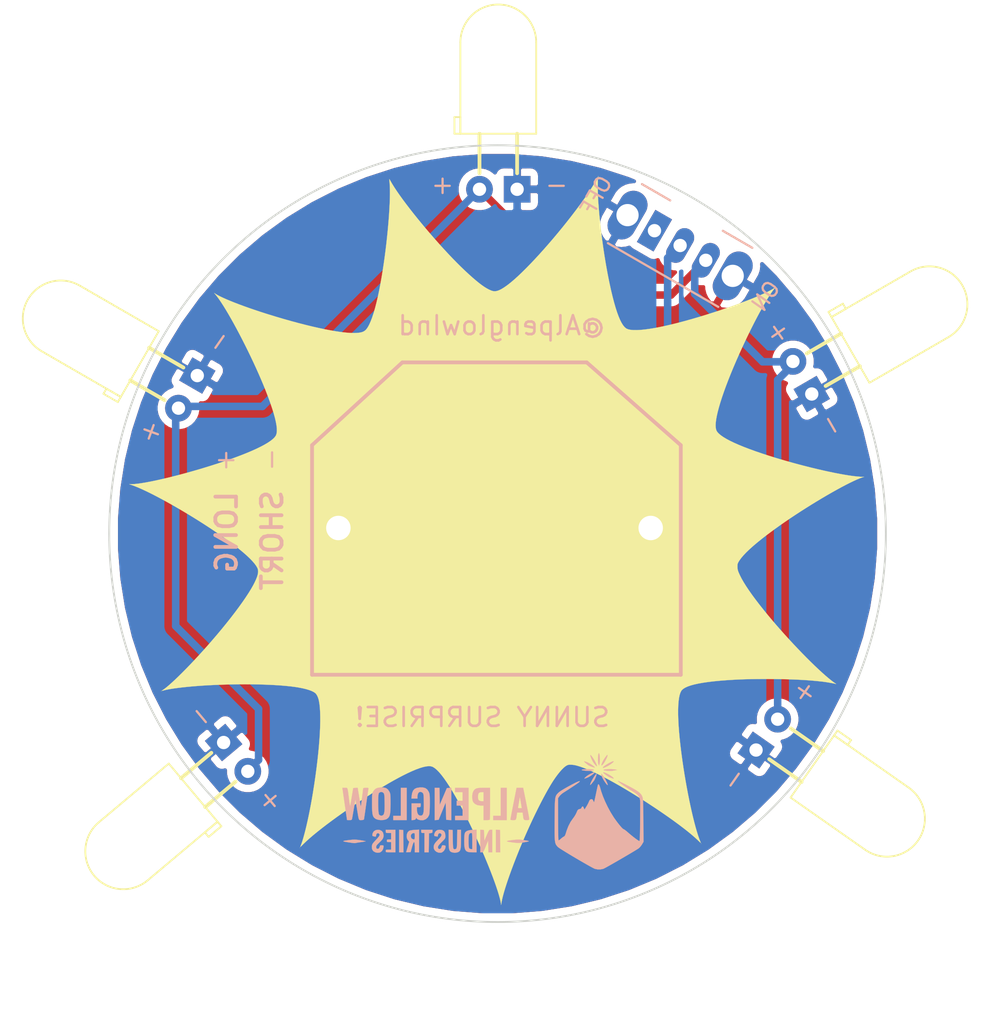
<source format=kicad_pcb>
(kicad_pcb (version 20171130) (host pcbnew "(5.1.8)-1")

  (general
    (thickness 1.6)
    (drawings 21)
    (tracks 23)
    (zones 0)
    (modules 11)
    (nets 5)
  )

  (page A4)
  (layers
    (0 F.Cu signal)
    (31 B.Cu signal)
    (32 B.Adhes user)
    (33 F.Adhes user)
    (34 B.Paste user)
    (35 F.Paste user)
    (36 B.SilkS user)
    (37 F.SilkS user)
    (38 B.Mask user)
    (39 F.Mask user)
    (40 Dwgs.User user)
    (41 Cmts.User user)
    (42 Eco1.User user)
    (43 Eco2.User user)
    (44 Edge.Cuts user)
    (45 Margin user)
    (46 B.CrtYd user)
    (47 F.CrtYd user)
    (48 B.Fab user)
    (49 F.Fab user hide)
  )

  (setup
    (last_trace_width 0.254)
    (user_trace_width 0.254)
    (user_trace_width 0.508)
    (trace_clearance 0.2)
    (zone_clearance 0.508)
    (zone_45_only no)
    (trace_min 0.2)
    (via_size 0.8)
    (via_drill 0.4)
    (via_min_size 0.4)
    (via_min_drill 0.3)
    (uvia_size 0.3)
    (uvia_drill 0.1)
    (uvias_allowed no)
    (uvia_min_size 0.2)
    (uvia_min_drill 0.1)
    (edge_width 0.05)
    (segment_width 0.2)
    (pcb_text_width 0.3)
    (pcb_text_size 1.5 1.5)
    (mod_edge_width 0.12)
    (mod_text_size 1 1)
    (mod_text_width 0.15)
    (pad_size 17.272 17.272)
    (pad_drill 0)
    (pad_to_mask_clearance 0)
    (aux_axis_origin 0 0)
    (visible_elements 7FFFFFFF)
    (pcbplotparams
      (layerselection 0x010f0_ffffffff)
      (usegerberextensions false)
      (usegerberattributes true)
      (usegerberadvancedattributes true)
      (creategerberjobfile true)
      (excludeedgelayer true)
      (linewidth 0.100000)
      (plotframeref false)
      (viasonmask false)
      (mode 1)
      (useauxorigin false)
      (hpglpennumber 1)
      (hpglpenspeed 20)
      (hpglpendiameter 15.000000)
      (psnegative false)
      (psa4output false)
      (plotreference true)
      (plotvalue true)
      (plotinvisibletext false)
      (padsonsilk false)
      (subtractmaskfromsilk false)
      (outputformat 1)
      (mirror false)
      (drillshape 0)
      (scaleselection 1)
      (outputdirectory "Silk Sun Gerbers/"))
  )

  (net 0 "")
  (net 1 GND)
  (net 2 VCC)
  (net 3 "Net-(D1-Pad2)")
  (net 4 "Net-(SW1-Pad1)")

  (net_class Default "This is the default net class."
    (clearance 0.2)
    (trace_width 0.254)
    (via_dia 0.8)
    (via_drill 0.4)
    (uvia_dia 0.3)
    (uvia_drill 0.1)
    (add_net GND)
    (add_net "Net-(D1-Pad2)")
    (add_net "Net-(SW1-Pad1)")
    (add_net VCC)
  )

  (module Alpenglow:LED_D5.0mm_Horizontal_Sun (layer F.Cu) (tedit 62310B0E) (tstamp 622C360A)
    (at 153.924 66.548 180)
    (descr "LED, diameter 5.0mm z-position of LED center 3.0mm, 2 pins, diameter 5.0mm z-position of LED center 3.0mm, 2 pins")
    (tags "LED diameter 5.0mm z-position of LED center 3.0mm 2 pins diameter 5.0mm z-position of LED center 3.0mm 2 pins")
    (path /622BF62D)
    (fp_text reference D1 (at 1.27 -1.96) (layer F.SilkS) hide
      (effects (font (size 1 1) (thickness 0.15)))
    )
    (fp_text value LED (at 1.27 13.47) (layer F.Fab)
      (effects (font (size 1 1) (thickness 0.15)))
    )
    (fp_line (start 4.5 -1.25) (end -1.95 -1.25) (layer F.CrtYd) (width 0.05))
    (fp_line (start 4.5 12.75) (end 4.5 -1.25) (layer F.CrtYd) (width 0.05))
    (fp_line (start -1.95 12.75) (end 4.5 12.75) (layer F.CrtYd) (width 0.05))
    (fp_line (start -1.95 -1.25) (end -1.95 12.75) (layer F.CrtYd) (width 0.05))
    (fp_line (start 2.54 1.08) (end 2.54 1.08) (layer F.SilkS) (width 0.12))
    (fp_line (start 2.54 3.75) (end 2.54 1.08) (layer F.SilkS) (width 0.254))
    (fp_line (start 2.54 3.75) (end 2.54 3.75) (layer F.SilkS) (width 0.12))
    (fp_line (start 2.54 1.08) (end 2.54 3.75) (layer F.SilkS) (width 0.12))
    (fp_line (start 0 1.08) (end 0 1.08) (layer F.SilkS) (width 0.12))
    (fp_line (start 0 3.75) (end 0 1.08) (layer F.SilkS) (width 0.254))
    (fp_line (start 0 3.75) (end 0 3.75) (layer F.SilkS) (width 0.12))
    (fp_line (start 0 1.08) (end 0 3.75) (layer F.SilkS) (width 0.12))
    (fp_line (start 3.83 3.75) (end 4.23 3.75) (layer F.SilkS) (width 0.12))
    (fp_line (start 3.83 4.87) (end 3.83 3.75) (layer F.SilkS) (width 0.12))
    (fp_line (start 4.23 4.87) (end 3.83 4.87) (layer F.SilkS) (width 0.12))
    (fp_line (start 4.23 3.75) (end 4.23 4.87) (layer F.SilkS) (width 0.12))
    (fp_line (start -1.29 3.75) (end 3.83 3.75) (layer F.SilkS) (width 0.12))
    (fp_line (start 3.83 3.75) (end 3.83 9.91) (layer F.SilkS) (width 0.12))
    (fp_line (start -1.29 3.75) (end -1.29 9.91) (layer F.SilkS) (width 0.12))
    (fp_line (start 2.54 0) (end 2.54 0) (layer F.Fab) (width 0.1))
    (fp_line (start 2.54 3.81) (end 2.54 0) (layer F.Fab) (width 0.1))
    (fp_line (start 2.54 3.81) (end 2.54 3.81) (layer F.Fab) (width 0.1))
    (fp_line (start 2.54 0) (end 2.54 3.81) (layer F.Fab) (width 0.1))
    (fp_line (start 0 0) (end 0 0) (layer F.Fab) (width 0.1))
    (fp_line (start 0 3.81) (end 0 0) (layer F.Fab) (width 0.1))
    (fp_line (start 0 3.81) (end 0 3.81) (layer F.Fab) (width 0.1))
    (fp_line (start 0 0) (end 0 3.81) (layer F.Fab) (width 0.1))
    (fp_line (start 3.77 3.81) (end 4.17 3.81) (layer F.Fab) (width 0.1))
    (fp_line (start 3.77 4.81) (end 3.77 3.81) (layer F.Fab) (width 0.1))
    (fp_line (start 4.17 4.81) (end 3.77 4.81) (layer F.Fab) (width 0.1))
    (fp_line (start 4.17 3.81) (end 4.17 4.81) (layer F.Fab) (width 0.1))
    (fp_line (start -1.23 3.81) (end 3.77 3.81) (layer F.Fab) (width 0.1))
    (fp_line (start 3.77 3.81) (end 3.77 9.91) (layer F.Fab) (width 0.1))
    (fp_line (start -1.23 3.81) (end -1.23 9.91) (layer F.Fab) (width 0.1))
    (fp_arc (start 1.27 9.91) (end -1.23 9.91) (angle -180) (layer F.Fab) (width 0.1))
    (fp_arc (start 1.27 9.91) (end -1.29 9.91) (angle -180) (layer F.SilkS) (width 0.12))
    (pad 1 thru_hole rect (at 0 0 180) (size 1.8 1.8) (drill 0.9) (layers *.Cu *.Mask)
      (net 1 GND))
    (pad 2 thru_hole circle (at 2.54 0 180) (size 1.8 1.8) (drill 0.9) (layers *.Cu *.Mask)
      (net 3 "Net-(D1-Pad2)"))
    (model ${KISYS3DMOD}/LED_THT.3dshapes/LED_D5.0mm_Horizontal_O3.81mm_Z3.0mm.wrl
      (at (xyz 0 0 0))
      (scale (xyz 1 1 1))
      (rotate (xyz 0 0 0))
    )
  )

  (module Alpenglow:LED_D5.0mm_Horizontal_Sun (layer F.Cu) (tedit 62310B0E) (tstamp 622C365E)
    (at 173.8122 80.3656 120)
    (descr "LED, diameter 5.0mm z-position of LED center 3.0mm, 2 pins, diameter 5.0mm z-position of LED center 3.0mm, 2 pins")
    (tags "LED diameter 5.0mm z-position of LED center 3.0mm 2 pins diameter 5.0mm z-position of LED center 3.0mm 2 pins")
    (path /622C1817)
    (fp_text reference D3 (at 1.27 -1.96 120) (layer F.SilkS) hide
      (effects (font (size 1 1) (thickness 0.15)))
    )
    (fp_text value LED (at 1.27 13.47 120) (layer F.Fab)
      (effects (font (size 1 1) (thickness 0.15)))
    )
    (fp_line (start 4.5 -1.25) (end -1.95 -1.25) (layer F.CrtYd) (width 0.05))
    (fp_line (start 4.5 12.75) (end 4.5 -1.25) (layer F.CrtYd) (width 0.05))
    (fp_line (start -1.95 12.75) (end 4.5 12.75) (layer F.CrtYd) (width 0.05))
    (fp_line (start -1.95 -1.25) (end -1.95 12.75) (layer F.CrtYd) (width 0.05))
    (fp_line (start 2.54 1.08) (end 2.54 1.08) (layer F.SilkS) (width 0.12))
    (fp_line (start 2.54 3.75) (end 2.54 1.08) (layer F.SilkS) (width 0.254))
    (fp_line (start 2.54 3.75) (end 2.54 3.75) (layer F.SilkS) (width 0.12))
    (fp_line (start 2.54 1.08) (end 2.54 3.75) (layer F.SilkS) (width 0.12))
    (fp_line (start 0 1.08) (end 0 1.08) (layer F.SilkS) (width 0.12))
    (fp_line (start 0 3.75) (end 0 1.08) (layer F.SilkS) (width 0.254))
    (fp_line (start 0 3.75) (end 0 3.75) (layer F.SilkS) (width 0.12))
    (fp_line (start 0 1.08) (end 0 3.75) (layer F.SilkS) (width 0.12))
    (fp_line (start 3.83 3.75) (end 4.23 3.75) (layer F.SilkS) (width 0.12))
    (fp_line (start 3.83 4.87) (end 3.83 3.75) (layer F.SilkS) (width 0.12))
    (fp_line (start 4.23 4.87) (end 3.83 4.87) (layer F.SilkS) (width 0.12))
    (fp_line (start 4.23 3.75) (end 4.23 4.87) (layer F.SilkS) (width 0.12))
    (fp_line (start -1.29 3.75) (end 3.83 3.75) (layer F.SilkS) (width 0.12))
    (fp_line (start 3.83 3.75) (end 3.83 9.91) (layer F.SilkS) (width 0.12))
    (fp_line (start -1.29 3.75) (end -1.29 9.91) (layer F.SilkS) (width 0.12))
    (fp_line (start 2.54 0) (end 2.54 0) (layer F.Fab) (width 0.1))
    (fp_line (start 2.54 3.81) (end 2.54 0) (layer F.Fab) (width 0.1))
    (fp_line (start 2.54 3.81) (end 2.54 3.81) (layer F.Fab) (width 0.1))
    (fp_line (start 2.54 0) (end 2.54 3.81) (layer F.Fab) (width 0.1))
    (fp_line (start 0 0) (end 0 0) (layer F.Fab) (width 0.1))
    (fp_line (start 0 3.81) (end 0 0) (layer F.Fab) (width 0.1))
    (fp_line (start 0 3.81) (end 0 3.81) (layer F.Fab) (width 0.1))
    (fp_line (start 0 0) (end 0 3.81) (layer F.Fab) (width 0.1))
    (fp_line (start 3.77 3.81) (end 4.17 3.81) (layer F.Fab) (width 0.1))
    (fp_line (start 3.77 4.81) (end 3.77 3.81) (layer F.Fab) (width 0.1))
    (fp_line (start 4.17 4.81) (end 3.77 4.81) (layer F.Fab) (width 0.1))
    (fp_line (start 4.17 3.81) (end 4.17 4.81) (layer F.Fab) (width 0.1))
    (fp_line (start -1.23 3.81) (end 3.77 3.81) (layer F.Fab) (width 0.1))
    (fp_line (start 3.77 3.81) (end 3.77 9.91) (layer F.Fab) (width 0.1))
    (fp_line (start -1.23 3.81) (end -1.23 9.91) (layer F.Fab) (width 0.1))
    (fp_arc (start 1.27 9.91) (end -1.23 9.91) (angle -180) (layer F.Fab) (width 0.1))
    (fp_arc (start 1.27 9.91) (end -1.29 9.91) (angle -180) (layer F.SilkS) (width 0.12))
    (pad 1 thru_hole rect (at 0 0 120) (size 1.8 1.8) (drill 0.9) (layers *.Cu *.Mask)
      (net 1 GND))
    (pad 2 thru_hole circle (at 2.54 0 120) (size 1.8 1.8) (drill 0.9) (layers *.Cu *.Mask)
      (net 3 "Net-(D1-Pad2)"))
    (model ${KISYS3DMOD}/LED_THT.3dshapes/LED_D5.0mm_Horizontal_O3.81mm_Z3.0mm.wrl
      (at (xyz 0 0 0))
      (scale (xyz 1 1 1))
      (rotate (xyz 0 0 0))
    )
  )

  (module Alpenglow:LED_D5.0mm_Horizontal_Sun (layer F.Cu) (tedit 62310B0E) (tstamp 622C3634)
    (at 132.334 79.121 240)
    (descr "LED, diameter 5.0mm z-position of LED center 3.0mm, 2 pins, diameter 5.0mm z-position of LED center 3.0mm, 2 pins")
    (tags "LED diameter 5.0mm z-position of LED center 3.0mm 2 pins diameter 5.0mm z-position of LED center 3.0mm 2 pins")
    (path /622C04AA)
    (fp_text reference D2 (at 1.27 -1.96 60) (layer F.SilkS) hide
      (effects (font (size 1 1) (thickness 0.15)))
    )
    (fp_text value LED (at 1.27 13.47 60) (layer F.Fab)
      (effects (font (size 1 1) (thickness 0.15)))
    )
    (fp_line (start 4.5 -1.25) (end -1.95 -1.25) (layer F.CrtYd) (width 0.05))
    (fp_line (start 4.5 12.75) (end 4.5 -1.25) (layer F.CrtYd) (width 0.05))
    (fp_line (start -1.95 12.75) (end 4.5 12.75) (layer F.CrtYd) (width 0.05))
    (fp_line (start -1.95 -1.25) (end -1.95 12.75) (layer F.CrtYd) (width 0.05))
    (fp_line (start 2.54 1.08) (end 2.54 1.08) (layer F.SilkS) (width 0.12))
    (fp_line (start 2.54 3.75) (end 2.54 1.08) (layer F.SilkS) (width 0.254))
    (fp_line (start 2.54 3.75) (end 2.54 3.75) (layer F.SilkS) (width 0.12))
    (fp_line (start 2.54 1.08) (end 2.54 3.75) (layer F.SilkS) (width 0.12))
    (fp_line (start 0 1.08) (end 0 1.08) (layer F.SilkS) (width 0.12))
    (fp_line (start 0 3.75) (end 0 1.08) (layer F.SilkS) (width 0.254))
    (fp_line (start 0 3.75) (end 0 3.75) (layer F.SilkS) (width 0.12))
    (fp_line (start 0 1.08) (end 0 3.75) (layer F.SilkS) (width 0.12))
    (fp_line (start 3.83 3.75) (end 4.23 3.75) (layer F.SilkS) (width 0.12))
    (fp_line (start 3.83 4.87) (end 3.83 3.75) (layer F.SilkS) (width 0.12))
    (fp_line (start 4.23 4.87) (end 3.83 4.87) (layer F.SilkS) (width 0.12))
    (fp_line (start 4.23 3.75) (end 4.23 4.87) (layer F.SilkS) (width 0.12))
    (fp_line (start -1.29 3.75) (end 3.83 3.75) (layer F.SilkS) (width 0.12))
    (fp_line (start 3.83 3.75) (end 3.83 9.91) (layer F.SilkS) (width 0.12))
    (fp_line (start -1.29 3.75) (end -1.29 9.91) (layer F.SilkS) (width 0.12))
    (fp_line (start 2.54 0) (end 2.54 0) (layer F.Fab) (width 0.1))
    (fp_line (start 2.54 3.81) (end 2.54 0) (layer F.Fab) (width 0.1))
    (fp_line (start 2.54 3.81) (end 2.54 3.81) (layer F.Fab) (width 0.1))
    (fp_line (start 2.54 0) (end 2.54 3.81) (layer F.Fab) (width 0.1))
    (fp_line (start 0 0) (end 0 0) (layer F.Fab) (width 0.1))
    (fp_line (start 0 3.81) (end 0 0) (layer F.Fab) (width 0.1))
    (fp_line (start 0 3.81) (end 0 3.81) (layer F.Fab) (width 0.1))
    (fp_line (start 0 0) (end 0 3.81) (layer F.Fab) (width 0.1))
    (fp_line (start 3.77 3.81) (end 4.17 3.81) (layer F.Fab) (width 0.1))
    (fp_line (start 3.77 4.81) (end 3.77 3.81) (layer F.Fab) (width 0.1))
    (fp_line (start 4.17 4.81) (end 3.77 4.81) (layer F.Fab) (width 0.1))
    (fp_line (start 4.17 3.81) (end 4.17 4.81) (layer F.Fab) (width 0.1))
    (fp_line (start -1.23 3.81) (end 3.77 3.81) (layer F.Fab) (width 0.1))
    (fp_line (start 3.77 3.81) (end 3.77 9.91) (layer F.Fab) (width 0.1))
    (fp_line (start -1.23 3.81) (end -1.23 9.91) (layer F.Fab) (width 0.1))
    (fp_arc (start 1.27 9.91) (end -1.23 9.91) (angle -180) (layer F.Fab) (width 0.1))
    (fp_arc (start 1.27 9.91) (end -1.29 9.91) (angle -180) (layer F.SilkS) (width 0.12))
    (pad 1 thru_hole rect (at 0 0 240) (size 1.8 1.8) (drill 0.9) (layers *.Cu *.Mask)
      (net 1 GND))
    (pad 2 thru_hole circle (at 2.54 0 240) (size 1.8 1.8) (drill 0.9) (layers *.Cu *.Mask)
      (net 3 "Net-(D1-Pad2)"))
    (model ${KISYS3DMOD}/LED_THT.3dshapes/LED_D5.0mm_Horizontal_O3.81mm_Z3.0mm.wrl
      (at (xyz 0 0 0))
      (scale (xyz 1 1 1))
      (rotate (xyz 0 0 0))
    )
  )

  (module Alpenglow:LED_D5.0mm_Horizontal_Sun (layer F.Cu) (tedit 62310B0E) (tstamp 622C3688)
    (at 134.112 103.886 310)
    (descr "LED, diameter 5.0mm z-position of LED center 3.0mm, 2 pins, diameter 5.0mm z-position of LED center 3.0mm, 2 pins")
    (tags "LED diameter 5.0mm z-position of LED center 3.0mm 2 pins diameter 5.0mm z-position of LED center 3.0mm 2 pins")
    (path /622C1348)
    (fp_text reference D4 (at 1.27 -1.96 130) (layer F.SilkS) hide
      (effects (font (size 1 1) (thickness 0.15)))
    )
    (fp_text value LED (at 1.270001 13.47 130) (layer F.Fab)
      (effects (font (size 1 1) (thickness 0.15)))
    )
    (fp_line (start 4.5 -1.25) (end -1.95 -1.25) (layer F.CrtYd) (width 0.05))
    (fp_line (start 4.5 12.75) (end 4.5 -1.25) (layer F.CrtYd) (width 0.05))
    (fp_line (start -1.95 12.75) (end 4.5 12.75) (layer F.CrtYd) (width 0.05))
    (fp_line (start -1.95 -1.25) (end -1.95 12.75) (layer F.CrtYd) (width 0.05))
    (fp_line (start 2.54 1.08) (end 2.54 1.08) (layer F.SilkS) (width 0.12))
    (fp_line (start 2.54 3.75) (end 2.54 1.08) (layer F.SilkS) (width 0.254))
    (fp_line (start 2.54 3.75) (end 2.54 3.75) (layer F.SilkS) (width 0.12))
    (fp_line (start 2.54 1.08) (end 2.54 3.75) (layer F.SilkS) (width 0.12))
    (fp_line (start 0 1.08) (end 0 1.08) (layer F.SilkS) (width 0.12))
    (fp_line (start 0 3.75) (end 0 1.08) (layer F.SilkS) (width 0.254))
    (fp_line (start 0 3.75) (end 0 3.75) (layer F.SilkS) (width 0.12))
    (fp_line (start 0 1.08) (end 0 3.75) (layer F.SilkS) (width 0.12))
    (fp_line (start 3.83 3.75) (end 4.23 3.75) (layer F.SilkS) (width 0.12))
    (fp_line (start 3.83 4.87) (end 3.83 3.75) (layer F.SilkS) (width 0.12))
    (fp_line (start 4.23 4.87) (end 3.83 4.87) (layer F.SilkS) (width 0.12))
    (fp_line (start 4.23 3.75) (end 4.23 4.87) (layer F.SilkS) (width 0.12))
    (fp_line (start -1.29 3.75) (end 3.83 3.75) (layer F.SilkS) (width 0.12))
    (fp_line (start 3.83 3.75) (end 3.83 9.91) (layer F.SilkS) (width 0.12))
    (fp_line (start -1.29 3.75) (end -1.29 9.91) (layer F.SilkS) (width 0.12))
    (fp_line (start 2.54 0) (end 2.54 0) (layer F.Fab) (width 0.1))
    (fp_line (start 2.54 3.81) (end 2.54 0) (layer F.Fab) (width 0.1))
    (fp_line (start 2.54 3.81) (end 2.54 3.81) (layer F.Fab) (width 0.1))
    (fp_line (start 2.54 0) (end 2.54 3.81) (layer F.Fab) (width 0.1))
    (fp_line (start 0 0) (end 0 0) (layer F.Fab) (width 0.1))
    (fp_line (start 0 3.81) (end 0 0) (layer F.Fab) (width 0.1))
    (fp_line (start 0 3.81) (end 0 3.81) (layer F.Fab) (width 0.1))
    (fp_line (start 0 0) (end 0 3.81) (layer F.Fab) (width 0.1))
    (fp_line (start 3.77 3.81) (end 4.17 3.81) (layer F.Fab) (width 0.1))
    (fp_line (start 3.77 4.81) (end 3.77 3.81) (layer F.Fab) (width 0.1))
    (fp_line (start 4.17 4.81) (end 3.77 4.81) (layer F.Fab) (width 0.1))
    (fp_line (start 4.17 3.81) (end 4.17 4.81) (layer F.Fab) (width 0.1))
    (fp_line (start -1.23 3.81) (end 3.77 3.81) (layer F.Fab) (width 0.1))
    (fp_line (start 3.77 3.81) (end 3.77 9.91) (layer F.Fab) (width 0.1))
    (fp_line (start -1.23 3.81) (end -1.23 9.91) (layer F.Fab) (width 0.1))
    (fp_arc (start 1.27 9.91) (end -1.23 9.91) (angle -180) (layer F.Fab) (width 0.1))
    (fp_arc (start 1.27 9.91) (end -1.29 9.91) (angle -180) (layer F.SilkS) (width 0.12))
    (pad 1 thru_hole rect (at 0 0 310) (size 1.8 1.8) (drill 0.9) (layers *.Cu *.Mask)
      (net 1 GND))
    (pad 2 thru_hole circle (at 2.54 0 310) (size 1.8 1.8) (drill 0.9) (layers *.Cu *.Mask)
      (net 3 "Net-(D1-Pad2)"))
    (model ${KISYS3DMOD}/LED_THT.3dshapes/LED_D5.0mm_Horizontal_O3.81mm_Z3.0mm.wrl
      (at (xyz 0 0 0))
      (scale (xyz 1 1 1))
      (rotate (xyz 0 0 0))
    )
  )

  (module Alpenglow:LED_D5.0mm_Horizontal_Sun (layer F.Cu) (tedit 62310AD9) (tstamp 622C36B2)
    (at 170.053 104.394 55)
    (descr "LED, diameter 5.0mm z-position of LED center 3.0mm, 2 pins, diameter 5.0mm z-position of LED center 3.0mm, 2 pins")
    (tags "LED diameter 5.0mm z-position of LED center 3.0mm 2 pins diameter 5.0mm z-position of LED center 3.0mm 2 pins")
    (path /622C0DF2)
    (fp_text reference D5 (at 1.27 -1.96 55) (layer F.SilkS) hide
      (effects (font (size 1 1) (thickness 0.15)))
    )
    (fp_text value LED (at 1.27 13.47 55) (layer F.Fab)
      (effects (font (size 1 1) (thickness 0.15)))
    )
    (fp_line (start 4.5 -1.25) (end -1.95 -1.25) (layer F.CrtYd) (width 0.05))
    (fp_line (start 4.5 12.75) (end 4.5 -1.25) (layer F.CrtYd) (width 0.05))
    (fp_line (start -1.95 12.75) (end 4.5 12.75) (layer F.CrtYd) (width 0.05))
    (fp_line (start -1.95 -1.25) (end -1.95 12.75) (layer F.CrtYd) (width 0.05))
    (fp_line (start 2.54 1.08) (end 2.54 1.08) (layer F.SilkS) (width 0.12))
    (fp_line (start 2.54 3.75) (end 2.54 1.08) (layer F.SilkS) (width 0.254))
    (fp_line (start 2.54 3.75) (end 2.54 3.75) (layer F.SilkS) (width 0.12))
    (fp_line (start 2.54 1.08) (end 2.54 3.75) (layer F.SilkS) (width 0.12))
    (fp_line (start 0 1.08) (end 0 1.08) (layer F.SilkS) (width 0.12))
    (fp_line (start 0 3.75) (end 0 1.08) (layer F.SilkS) (width 0.254))
    (fp_line (start 0 3.75) (end 0 3.75) (layer F.SilkS) (width 0.12))
    (fp_line (start 0 1.08) (end 0 3.75) (layer F.SilkS) (width 0.12))
    (fp_line (start 3.83 3.75) (end 4.23 3.75) (layer F.SilkS) (width 0.12))
    (fp_line (start 3.83 4.87) (end 3.83 3.75) (layer F.SilkS) (width 0.12))
    (fp_line (start 4.23 4.87) (end 3.83 4.87) (layer F.SilkS) (width 0.12))
    (fp_line (start 4.23 3.75) (end 4.23 4.87) (layer F.SilkS) (width 0.12))
    (fp_line (start -1.29 3.75) (end 3.83 3.75) (layer F.SilkS) (width 0.12))
    (fp_line (start 3.83 3.75) (end 3.83 9.91) (layer F.SilkS) (width 0.12))
    (fp_line (start -1.29 3.75) (end -1.29 9.91) (layer F.SilkS) (width 0.12))
    (fp_line (start 2.54 0) (end 2.54 0) (layer F.Fab) (width 0.1))
    (fp_line (start 2.54 3.81) (end 2.54 0) (layer F.Fab) (width 0.1))
    (fp_line (start 2.54 3.81) (end 2.54 3.81) (layer F.Fab) (width 0.1))
    (fp_line (start 2.54 0) (end 2.54 3.81) (layer F.Fab) (width 0.1))
    (fp_line (start 0 0) (end 0 0) (layer F.Fab) (width 0.1))
    (fp_line (start 0 3.81) (end 0 0) (layer F.Fab) (width 0.1))
    (fp_line (start 0 3.81) (end 0 3.81) (layer F.Fab) (width 0.1))
    (fp_line (start 0 0) (end 0 3.81) (layer F.Fab) (width 0.1))
    (fp_line (start 3.77 3.81) (end 4.17 3.81) (layer F.Fab) (width 0.1))
    (fp_line (start 3.77 4.81) (end 3.77 3.81) (layer F.Fab) (width 0.1))
    (fp_line (start 4.17 4.81) (end 3.77 4.81) (layer F.Fab) (width 0.1))
    (fp_line (start 4.17 3.81) (end 4.17 4.81) (layer F.Fab) (width 0.1))
    (fp_line (start -1.23 3.81) (end 3.77 3.81) (layer F.Fab) (width 0.1))
    (fp_line (start 3.77 3.81) (end 3.77 9.91) (layer F.Fab) (width 0.1))
    (fp_line (start -1.23 3.81) (end -1.23 9.91) (layer F.Fab) (width 0.1))
    (fp_arc (start 1.27 9.91) (end -1.23 9.91) (angle -180) (layer F.Fab) (width 0.1))
    (fp_arc (start 1.27 9.91) (end -1.29 9.91) (angle -180) (layer F.SilkS) (width 0.12))
    (pad 1 thru_hole rect (at 0 0 55) (size 1.8 1.8) (drill 0.9) (layers *.Cu *.Mask)
      (net 1 GND))
    (pad 2 thru_hole circle (at 2.54 0 55) (size 1.8 1.8) (drill 0.9) (layers *.Cu *.Mask)
      (net 3 "Net-(D1-Pad2)"))
    (model ${KISYS3DMOD}/LED_THT.3dshapes/LED_D5.0mm_Horizontal_O3.81mm_Z3.0mm.wrl
      (at (xyz 0 0 0))
      (scale (xyz 1 1 1))
      (rotate (xyz 0 0 0))
    )
  )

  (module Alpenglow:Alpenglow_Logo_Horiz (layer B.Cu) (tedit 0) (tstamp 62310FC7)
    (at 152.3492 108.6866 180)
    (fp_text reference G*** (at 0 0) (layer B.SilkS) hide
      (effects (font (size 1.524 1.524) (thickness 0.3)) (justify mirror))
    )
    (fp_text value LOGO (at 0.75 0) (layer B.SilkS) hide
      (effects (font (size 1.524 1.524) (thickness 0.3)) (justify mirror))
    )
    (fp_poly (pts (xy -7.07952 4.055414) (xy -7.068453 4.027715) (xy -7.047457 3.929917) (xy -7.036231 3.787375)
      (xy -7.034767 3.627161) (xy -7.043057 3.476351) (xy -7.061096 3.362018) (xy -7.068638 3.338286)
      (xy -7.104183 3.247572) (xy -7.130655 3.349297) (xy -7.153161 3.495187) (xy -7.160024 3.676937)
      (xy -7.151038 3.859496) (xy -7.134321 3.973286) (xy -7.113943 4.062062) (xy -7.098645 4.086985)
      (xy -7.07952 4.055414)) (layer B.SilkS) (width 0.01))
    (fp_poly (pts (xy -7.645142 3.95212) (xy -7.618423 3.917065) (xy -7.562139 3.843766) (xy -7.518928 3.787629)
      (xy -7.443776 3.676915) (xy -7.371824 3.549015) (xy -7.312217 3.423258) (xy -7.274098 3.318977)
      (xy -7.26661 3.255502) (xy -7.266861 3.254703) (xy -7.293376 3.259762) (xy -7.348768 3.31114)
      (xy -7.395665 3.366212) (xy -7.463053 3.463352) (xy -7.533169 3.583536) (xy -7.597676 3.709473)
      (xy -7.648235 3.823871) (xy -7.676511 3.909439) (xy -7.675966 3.947559) (xy -7.645777 3.952913)
      (xy -7.645142 3.95212)) (layer B.SilkS) (width 0.01))
    (fp_poly (pts (xy -6.516045 3.925776) (xy -6.536369 3.8508) (xy -6.576304 3.746498) (xy -6.628675 3.630275)
      (xy -6.686309 3.519536) (xy -6.732056 3.44562) (xy -6.800223 3.355085) (xy -6.870585 3.273457)
      (xy -6.929514 3.215021) (xy -6.96338 3.194062) (xy -6.966857 3.199498) (xy -6.948922 3.275035)
      (xy -6.901294 3.387132) (xy -6.833239 3.520054) (xy -6.754025 3.658066) (xy -6.672919 3.785432)
      (xy -6.599186 3.886418) (xy -6.542094 3.945288) (xy -6.522505 3.954021) (xy -6.516045 3.925776)) (layer B.SilkS) (width 0.01))
    (fp_poly (pts (xy -6.096 3.523777) (xy -6.121911 3.488712) (xy -6.18678 3.42698) (xy -6.271311 3.355193)
      (xy -6.356207 3.289965) (xy -6.4063 3.256639) (xy -6.482347 3.219021) (xy -6.582709 3.178336)
      (xy -6.686268 3.141852) (xy -6.771904 3.11684) (xy -6.818498 3.11057) (xy -6.821715 3.113645)
      (xy -6.792287 3.156383) (xy -6.714915 3.221691) (xy -6.605966 3.298513) (xy -6.481806 3.375794)
      (xy -6.358803 3.442476) (xy -6.2865 3.475192) (xy -6.183951 3.512062) (xy -6.114793 3.52838)
      (xy -6.096 3.523777)) (layer B.SilkS) (width 0.01))
    (fp_poly (pts (xy -7.990864 3.512784) (xy -7.885824 3.465707) (xy -7.763062 3.401364) (xy -7.636595 3.327721)
      (xy -7.520439 3.252742) (xy -7.428608 3.184393) (xy -7.375119 3.130639) (xy -7.367122 3.111501)
      (xy -7.375319 3.090788) (xy -7.410901 3.092581) (xy -7.486536 3.120172) (xy -7.60998 3.174618)
      (xy -7.727606 3.235918) (xy -7.850759 3.312474) (xy -7.963101 3.392461) (xy -8.048292 3.464052)
      (xy -8.089992 3.515422) (xy -8.091715 3.52328) (xy -8.064166 3.53463) (xy -7.990864 3.512784)) (layer B.SilkS) (width 0.01))
    (fp_poly (pts (xy -6.196554 2.998154) (xy -6.076366 2.98857) (xy -5.985134 2.974643) (xy -5.936467 2.957186)
      (xy -5.943972 2.937009) (xy -5.953606 2.932641) (xy -6.032435 2.914849) (xy -6.158246 2.89971)
      (xy -6.305457 2.888946) (xy -6.448485 2.884278) (xy -6.561745 2.887426) (xy -6.585857 2.890117)
      (xy -6.708832 2.91367) (xy -6.760908 2.937884) (xy -6.741444 2.962249) (xy -6.694715 2.976836)
      (xy -6.594779 2.992737) (xy -6.469369 3.001049) (xy -6.332091 3.002584) (xy -6.196554 2.998154)) (layer B.SilkS) (width 0.01))
    (fp_poly (pts (xy -7.637767 2.996629) (xy -7.520968 2.98453) (xy -7.44021 2.967571) (xy -7.409643 2.946611)
      (xy -7.420429 2.932995) (xy -7.476133 2.917729) (xy -7.580037 2.902771) (xy -7.707792 2.890206)
      (xy -7.835047 2.882116) (xy -7.937453 2.880585) (xy -7.982857 2.884884) (xy -8.052445 2.899649)
      (xy -8.15631 2.919683) (xy -8.182429 2.924496) (xy -8.327572 2.950967) (xy -8.182429 2.97925)
      (xy -8.06294 2.995178) (xy -7.922902 3.002812) (xy -7.776461 3.003009) (xy -7.637767 2.996629)) (layer B.SilkS) (width 0.01))
    (fp_poly (pts (xy -6.730943 2.777963) (xy -6.627415 2.738642) (xy -6.502222 2.676798) (xy -6.374175 2.602098)
      (xy -6.262085 2.524207) (xy -6.223 2.491713) (xy -6.141887 2.414335) (xy -6.115878 2.374314)
      (xy -6.147791 2.370092) (xy -6.240444 2.400112) (xy -6.327059 2.434195) (xy -6.427863 2.483478)
      (xy -6.538338 2.550241) (xy -6.644551 2.624015) (xy -6.732572 2.694329) (xy -6.788467 2.750714)
      (xy -6.798307 2.7827) (xy -6.793995 2.785097) (xy -6.730943 2.777963)) (layer B.SilkS) (width 0.01))
    (fp_poly (pts (xy -7.38937 2.783648) (xy -7.394323 2.75873) (xy -7.446216 2.707014) (xy -7.530066 2.639545)
      (xy -7.63089 2.567366) (xy -7.733705 2.501521) (xy -7.823527 2.453054) (xy -7.855857 2.439807)
      (xy -7.954862 2.404468) (xy -8.028215 2.376544) (xy -8.079663 2.36875) (xy -8.090593 2.381904)
      (xy -8.05867 2.431374) (xy -7.976762 2.499624) (xy -7.861662 2.577032) (xy -7.730168 2.653976)
      (xy -7.599073 2.720833) (xy -7.485176 2.767981) (xy -7.40527 2.785796) (xy -7.38937 2.783648)) (layer B.SilkS) (width 0.01))
    (fp_poly (pts (xy -6.892818 2.655506) (xy -6.827829 2.57683) (xy -6.751577 2.464467) (xy -6.672821 2.333773)
      (xy -6.600317 2.2001) (xy -6.542825 2.078802) (xy -6.509101 1.985232) (xy -6.507904 1.934744)
      (xy -6.509021 1.933456) (xy -6.536293 1.952268) (xy -6.593906 2.01355) (xy -6.646797 2.076436)
      (xy -6.72889 2.179008) (xy -6.781595 2.252743) (xy -6.820711 2.324771) (xy -6.862038 2.422221)
      (xy -6.891448 2.496514) (xy -6.927209 2.598633) (xy -6.942598 2.667131) (xy -6.937788 2.685143)
      (xy -6.892818 2.655506)) (layer B.SilkS) (width 0.01))
    (fp_poly (pts (xy -7.250986 2.654692) (xy -7.271569 2.575933) (xy -7.299873 2.494643) (xy -7.346463 2.391888)
      (xy -7.410716 2.276156) (xy -7.483922 2.159752) (xy -7.557369 2.05498) (xy -7.622347 1.974144)
      (xy -7.670144 1.92955) (xy -7.692049 1.933502) (xy -7.692572 1.939943) (xy -7.674693 2.01646)
      (xy -7.627243 2.128846) (xy -7.559496 2.26137) (xy -7.480729 2.398298) (xy -7.400217 2.5239)
      (xy -7.327238 2.622443) (xy -7.271067 2.678196) (xy -7.253173 2.685143) (xy -7.250986 2.654692)) (layer B.SilkS) (width 0.01))
    (fp_poly (pts (xy 9.338611 1.734475) (xy 9.4865 1.723572) (xy 9.584858 1.132463) (xy 9.618589 0.932066)
      (xy 9.648988 0.755805) (xy 9.673773 0.616566) (xy 9.690665 0.52723) (xy 9.696504 0.501488)
      (xy 9.705473 0.520584) (xy 9.721089 0.600171) (xy 9.741428 0.728678) (xy 9.764562 0.894534)
      (xy 9.773768 0.965596) (xy 9.805866 1.221756) (xy 9.830468 1.414918) (xy 9.850697 1.553876)
      (xy 9.869676 1.647423) (xy 9.890529 1.704351) (xy 9.91638 1.733454) (xy 9.95035 1.743524)
      (xy 9.995564 1.743355) (xy 10.049452 1.741715) (xy 10.219914 1.741715) (xy 10.064107 0.662215)
      (xy 10.025041 0.391512) (xy 9.989485 0.145065) (xy 9.958718 -0.06826) (xy 9.934018 -0.239592)
      (xy 9.916665 -0.360064) (xy 9.907936 -0.420808) (xy 9.90715 -0.426357) (xy 9.873965 -0.431796)
      (xy 9.791447 -0.435034) (xy 9.744358 -0.435428) (xy 9.643592 -0.43156) (xy 9.59272 -0.410249)
      (xy 9.569121 -0.356932) (xy 9.561167 -0.3175) (xy 9.547673 -0.241729) (xy 9.524534 -0.109778)
      (xy 9.494425 0.063014) (xy 9.460021 0.26131) (xy 9.439476 0.380095) (xy 9.339335 0.959761)
      (xy 9.238655 0.343809) (xy 9.197165 0.088014) (xy 9.165276 -0.105107) (xy 9.139636 -0.244285)
      (xy 9.11689 -0.338252) (xy 9.093685 -0.395738) (xy 9.066667 -0.425475) (xy 9.032483 -0.436194)
      (xy 8.987778 -0.436626) (xy 8.939356 -0.435428) (xy 8.829909 -0.425572) (xy 8.769823 -0.399081)
      (xy 8.764492 -0.390071) (xy 8.755821 -0.343145) (xy 8.738799 -0.234323) (xy 8.714895 -0.073613)
      (xy 8.685575 0.128978) (xy 8.652308 0.363442) (xy 8.619474 0.598715) (xy 8.583436 0.857292)
      (xy 8.549657 1.096527) (xy 8.519691 1.305656) (xy 8.495094 1.473911) (xy 8.477419 1.590525)
      (xy 8.468818 1.641929) (xy 8.460659 1.700622) (xy 8.47794 1.730125) (xy 8.537188 1.740476)
      (xy 8.633117 1.741715) (xy 8.758762 1.733157) (xy 8.814387 1.7074) (xy 8.817498 1.696358)
      (xy 8.821943 1.64334) (xy 8.833955 1.536537) (xy 8.851647 1.390449) (xy 8.873131 1.219577)
      (xy 8.896519 1.03842) (xy 8.919925 0.861479) (xy 8.941461 0.703253) (xy 8.959239 0.578242)
      (xy 8.971372 0.500947) (xy 8.975427 0.48305) (xy 8.983764 0.514043) (xy 9.001486 0.605528)
      (xy 9.026591 0.746322) (xy 9.057081 0.925243) (xy 9.087499 1.109789) (xy 9.190721 1.745378)
      (xy 9.338611 1.734475)) (layer B.SilkS) (width 0.01))
    (fp_poly (pts (xy 7.822884 1.744581) (xy 7.967883 1.684597) (xy 8.081253 1.579877) (xy 8.146143 1.483922)
      (xy 8.171715 1.434558) (xy 8.19051 1.378316) (xy 8.203553 1.303724) (xy 8.211867 1.199312)
      (xy 8.216477 1.053611) (xy 8.218408 0.855149) (xy 8.218714 0.671286) (xy 8.216383 0.386644)
      (xy 8.207665 0.164633) (xy 8.189973 -0.00459) (xy 8.160719 -0.130866) (xy 8.117316 -0.224036)
      (xy 8.057175 -0.293942) (xy 7.97771 -0.350426) (xy 7.945305 -0.368603) (xy 7.799682 -0.417805)
      (xy 7.621263 -0.437314) (xy 7.43895 -0.427398) (xy 7.281645 -0.388322) (xy 7.227819 -0.361971)
      (xy 7.144001 -0.301352) (xy 7.079918 -0.228094) (xy 7.033061 -0.13221) (xy 7.000917 -0.003712)
      (xy 6.980974 0.167387) (xy 6.970722 0.391076) (xy 6.969247 0.526495) (xy 7.367708 0.526495)
      (xy 7.371858 0.301913) (xy 7.384802 0.133938) (xy 7.407316 0.01477) (xy 7.440172 -0.063391)
      (xy 7.461464 -0.09028) (xy 7.555711 -0.139745) (xy 7.659712 -0.130509) (xy 7.744439 -0.065212)
      (xy 7.744942 -0.064497) (xy 7.765654 0.001311) (xy 7.782211 0.123983) (xy 7.794501 0.288835)
      (xy 7.802412 0.481187) (xy 7.805829 0.686354) (xy 7.804641 0.889656) (xy 7.798736 1.07641)
      (xy 7.788 1.231933) (xy 7.772322 1.341543) (xy 7.756071 1.386401) (xy 7.661154 1.458238)
      (xy 7.552476 1.462414) (xy 7.470843 1.419232) (xy 7.437082 1.388498) (xy 7.413061 1.351631)
      (xy 7.396733 1.296199) (xy 7.386056 1.209765) (xy 7.378985 1.079896) (xy 7.373474 0.894158)
      (xy 7.37158 0.815486) (xy 7.367708 0.526495) (xy 6.969247 0.526495) (xy 6.967654 0.672669)
      (xy 6.967957 0.908886) (xy 6.970355 1.085056) (xy 6.97609 1.213699) (xy 6.986408 1.307335)
      (xy 7.002551 1.378482) (xy 7.025764 1.43966) (xy 7.0485 1.486413) (xy 7.147046 1.631059)
      (xy 7.273072 1.722234) (xy 7.438884 1.765962) (xy 7.627911 1.769955) (xy 7.822884 1.744581)) (layer B.SilkS) (width 0.01))
    (fp_poly (pts (xy 6.277428 -0.145142) (xy 6.785428 -0.145142) (xy 6.785428 -0.435428) (xy 5.878285 -0.435428)
      (xy 5.878285 1.741715) (xy 6.277428 1.741715) (xy 6.277428 -0.145142)) (layer B.SilkS) (width 0.01))
    (fp_poly (pts (xy 3.017592 1.73473) (xy 3.168612 1.723572) (xy 3.646714 0.600878) (xy 3.656707 1.171296)
      (xy 3.6667 1.741715) (xy 3.991428 1.741715) (xy 3.991428 -0.439809) (xy 3.85764 -0.428547)
      (xy 3.723851 -0.417285) (xy 3.485711 0.163286) (xy 3.247571 0.743858) (xy 3.229428 0.163286)
      (xy 3.211285 -0.417285) (xy 3.038928 -0.428345) (xy 2.866571 -0.439404) (xy 2.866571 1.745887)
      (xy 3.017592 1.73473)) (layer B.SilkS) (width 0.01))
    (fp_poly (pts (xy 2.612571 1.451429) (xy 2.104571 1.451429) (xy 2.104571 0.870858) (xy 2.503714 0.870858)
      (xy 2.503714 0.544286) (xy 2.104571 0.544286) (xy 2.104571 -0.145142) (xy 2.612571 -0.145142)
      (xy 2.612571 -0.435428) (xy 1.705428 -0.435428) (xy 1.705428 1.741715) (xy 2.612571 1.741715)
      (xy 2.612571 1.451429)) (layer B.SilkS) (width 0.01))
    (fp_poly (pts (xy 0.680357 1.74118) (xy 0.897791 1.737717) (xy 1.056841 1.725053) (xy 1.171532 1.698826)
      (xy 1.255892 1.654676) (xy 1.323945 1.588243) (xy 1.368696 1.527177) (xy 1.424566 1.394995)
      (xy 1.452733 1.223477) (xy 1.452664 1.04058) (xy 1.423825 0.874263) (xy 1.383005 0.777239)
      (xy 1.267691 0.655451) (xy 1.101925 0.57606) (xy 0.897757 0.544586) (xy 0.874445 0.544286)
      (xy 0.689428 0.544286) (xy 0.689428 -0.435428) (xy 0.495905 -0.435428) (xy 0.382979 -0.431222)
      (xy 0.301978 -0.420429) (xy 0.27819 -0.411238) (xy 0.27205 -0.370134) (xy 0.266483 -0.265703)
      (xy 0.261696 -0.107188) (xy 0.257893 0.096167) (xy 0.25528 0.335121) (xy 0.254063 0.600428)
      (xy 0.254 0.677334) (xy 0.254 1.451429) (xy 0.689428 1.451429) (xy 0.689428 0.834572)
      (xy 0.809493 0.834572) (xy 0.91539 0.849537) (xy 0.99799 0.884611) (xy 1.041553 0.937497)
      (xy 1.063182 1.026883) (xy 1.068426 1.132952) (xy 1.057994 1.290006) (xy 1.01763 1.38842)
      (xy 0.939485 1.438686) (xy 0.830128 1.451429) (xy 0.689428 1.451429) (xy 0.254 1.451429)
      (xy 0.254 1.741715) (xy 0.680357 1.74118)) (layer B.SilkS) (width 0.01))
    (fp_poly (pts (xy -0.471714 -0.145142) (xy 0.036285 -0.145142) (xy 0.036285 -0.435428) (xy -0.870857 -0.435428)
      (xy -0.870857 1.741715) (xy -0.471714 1.741715) (xy -0.471714 -0.145142)) (layer B.SilkS) (width 0.01))
    (fp_poly (pts (xy -1.331191 0.680358) (xy -1.278492 0.412108) (xy -1.230758 0.166957) (xy -1.189713 -0.046069)
      (xy -1.15708 -0.217945) (xy -1.134583 -0.339644) (xy -1.123944 -0.402141) (xy -1.123329 -0.408214)
      (xy -1.156876 -0.423897) (xy -1.240758 -0.433732) (xy -1.302404 -0.435428) (xy -1.401412 -0.43259)
      (xy -1.463659 -0.414505) (xy -1.500557 -0.366817) (xy -1.523513 -0.27517) (xy -1.543002 -0.132688)
      (xy -1.568648 0.072572) (xy -1.951067 0.072572) (xy -1.976712 -0.132688) (xy -1.997016 -0.279977)
      (xy -2.020319 -0.369539) (xy -2.058032 -0.415731) (xy -2.121563 -0.432908) (xy -2.217311 -0.435428)
      (xy -2.326409 -0.430647) (xy -2.380111 -0.412312) (xy -2.395201 -0.374434) (xy -2.395243 -0.371928)
      (xy -2.388357 -0.321075) (xy -2.368713 -0.20874) (xy -2.338137 -0.044531) (xy -2.298456 0.161944)
      (xy -2.259001 0.362858) (xy -1.891304 0.362858) (xy -1.757545 0.362858) (xy -1.670467 0.367174)
      (xy -1.637582 0.390756) (xy -1.640587 0.449555) (xy -1.643049 0.462643) (xy -1.658073 0.546019)
      (xy -1.680244 0.67554) (xy -1.705208 0.825695) (xy -1.709625 0.852715) (xy -1.756938 1.143001)
      (xy -1.800656 0.907143) (xy -1.828077 0.75478) (xy -1.853674 0.605242) (xy -1.867839 0.517072)
      (xy -1.891304 0.362858) (xy -2.259001 0.362858) (xy -2.251495 0.401076) (xy -2.199083 0.663257)
      (xy -2.188303 0.716643) (xy -1.980978 1.741715) (xy -1.540582 1.741715) (xy -1.331191 0.680358)) (layer B.SilkS) (width 0.01))
    (fp_poly (pts (xy 5.187702 1.740361) (xy 5.341436 1.671099) (xy 5.447634 1.554656) (xy 5.513672 1.383739)
      (xy 5.541446 1.213865) (xy 5.561867 1.016001) (xy 5.152571 1.016001) (xy 5.152571 1.172351)
      (xy 5.130908 1.319384) (xy 5.072691 1.421242) (xy 4.988077 1.470337) (xy 4.887226 1.459081)
      (xy 4.821986 1.41927) (xy 4.78945 1.38998) (xy 4.765975 1.355166) (xy 4.749777 1.303029)
      (xy 4.739075 1.22177) (xy 4.732086 1.099589) (xy 4.727027 0.924688) (xy 4.723771 0.769167)
      (xy 4.721152 0.485585) (xy 4.726889 0.266393) (xy 4.742406 0.103742) (xy 4.769128 -0.010216)
      (xy 4.808479 -0.08333) (xy 4.861886 -0.12345) (xy 4.887345 -0.131978) (xy 5.006017 -0.130978)
      (xy 5.098677 -0.06667) (xy 5.160731 0.054916) (xy 5.187584 0.227747) (xy 5.188322 0.263072)
      (xy 5.188857 0.435429) (xy 5.061857 0.435429) (xy 4.976738 0.441046) (xy 4.941829 0.472737)
      (xy 4.934873 0.552762) (xy 4.934857 0.562429) (xy 4.934857 0.689429) (xy 5.551714 0.689429)
      (xy 5.551714 -0.439809) (xy 5.417076 -0.428547) (xy 5.320778 -0.410068) (xy 5.272133 -0.365781)
      (xy 5.257407 -0.326571) (xy 5.238368 -0.275108) (xy 5.22876 -0.280377) (xy 5.189787 -0.349226)
      (xy 5.097236 -0.403626) (xy 4.969595 -0.437661) (xy 4.825355 -0.445412) (xy 4.743003 -0.435839)
      (xy 4.584117 -0.371478) (xy 4.452273 -0.251808) (xy 4.365213 -0.093492) (xy 4.359489 -0.075629)
      (xy 4.344323 0.013023) (xy 4.331975 0.16125) (xy 4.323141 0.35609) (xy 4.318519 0.584579)
      (xy 4.318 0.695022) (xy 4.318658 0.927258) (xy 4.321519 1.099837) (xy 4.327909 1.225667)
      (xy 4.339155 1.317657) (xy 4.356586 1.388715) (xy 4.381526 1.451749) (xy 4.399643 1.489098)
      (xy 4.494709 1.631068) (xy 4.616809 1.720987) (xy 4.778513 1.764943) (xy 4.979054 1.769734)
      (xy 5.187702 1.740361)) (layer B.SilkS) (width 0.01))
    (fp_poly (pts (xy 9.542743 -1.759267) (xy 9.74102 -1.779636) (xy 9.742714 -1.779843) (xy 9.950889 -1.806836)
      (xy 10.08784 -1.829567) (xy 10.154648 -1.849991) (xy 10.152396 -1.870062) (xy 10.082164 -1.891733)
      (xy 9.945034 -1.91696) (xy 9.828564 -1.934993) (xy 9.639823 -1.962757) (xy 9.509114 -1.980419)
      (xy 9.422767 -1.989088) (xy 9.367113 -1.989874) (xy 9.328484 -1.983888) (xy 9.307286 -1.977332)
      (xy 9.2569 -1.967073) (xy 9.153248 -1.950464) (xy 9.01504 -1.930428) (xy 8.951486 -1.921734)
      (xy 8.812231 -1.901121) (xy 8.707531 -1.881972) (xy 8.652502 -1.867234) (xy 8.648169 -1.862592)
      (xy 8.688703 -1.850532) (xy 8.784884 -1.831063) (xy 8.920551 -1.807279) (xy 9.022112 -1.790992)
      (xy 9.21837 -1.764402) (xy 9.380221 -1.754008) (xy 9.542743 -1.759267)) (layer B.SilkS) (width 0.01))
    (fp_poly (pts (xy -1.358021 -1.773248) (xy -1.307658 -1.779584) (xy -1.101304 -1.808227) (xy -0.964848 -1.832059)
      (xy -0.895903 -1.852733) (xy -0.892082 -1.871899) (xy -0.951001 -1.891208) (xy -1.070272 -1.912312)
      (xy -1.10785 -1.917862) (xy -1.33581 -1.94916) (xy -1.512306 -1.968146) (xy -1.657353 -1.975035)
      (xy -1.79097 -1.97004) (xy -1.933173 -1.953376) (xy -2.086429 -1.928336) (xy -2.238362 -1.900817)
      (xy -2.333055 -1.87921) (xy -2.367917 -1.860767) (xy -2.340353 -1.842736) (xy -2.247772 -1.822368)
      (xy -2.087579 -1.796913) (xy -1.942658 -1.775862) (xy -1.750978 -1.755622) (xy -1.567945 -1.754682)
      (xy -1.358021 -1.773248)) (layer B.SilkS) (width 0.01))
    (fp_poly (pts (xy 7.293428 -1.197428) (xy 7.289465 -1.261869) (xy 7.265093 -1.294003) (xy 7.201594 -1.305063)
      (xy 7.112 -1.306285) (xy 6.930571 -1.306285) (xy 6.930571 -1.741714) (xy 7.075714 -1.741714)
      (xy 7.169227 -1.746665) (xy 7.21079 -1.77002) (xy 7.220805 -1.824528) (xy 7.220857 -1.832428)
      (xy 7.212935 -1.890874) (xy 7.175568 -1.916851) (xy 7.088354 -1.92311) (xy 7.075714 -1.923142)
      (xy 6.930571 -1.923142) (xy 6.930571 -2.431142) (xy 7.112 -2.431142) (xy 7.219676 -2.434083)
      (xy 7.273393 -2.449093) (xy 7.29171 -2.485451) (xy 7.293428 -2.521857) (xy 7.290828 -2.564799)
      (xy 7.273717 -2.591462) (xy 7.22813 -2.605725) (xy 7.140102 -2.611467) (xy 6.995667 -2.612567)
      (xy 6.966857 -2.612571) (xy 6.640286 -2.612571) (xy 6.640286 -1.088571) (xy 7.293428 -1.088571)
      (xy 7.293428 -1.197428)) (layer B.SilkS) (width 0.01))
    (fp_poly (pts (xy 6.386286 -2.612571) (xy 6.094527 -2.612571) (xy 6.104335 -1.859642) (xy 6.114143 -1.106714)
      (xy 6.250214 -1.095452) (xy 6.386286 -1.08419) (xy 6.386286 -2.612571)) (layer B.SilkS) (width 0.01))
    (fp_poly (pts (xy 5.345546 -1.097172) (xy 5.495881 -1.111597) (xy 5.625615 -1.133082) (xy 5.711722 -1.157572)
      (xy 5.723964 -1.163831) (xy 5.814431 -1.259428) (xy 5.867713 -1.395585) (xy 5.881279 -1.549103)
      (xy 5.852603 -1.69678) (xy 5.793317 -1.800163) (xy 5.708348 -1.898945) (xy 5.810826 -2.246687)
      (xy 5.854055 -2.394219) (xy 5.888406 -2.513058) (xy 5.909465 -2.587834) (xy 5.913938 -2.605586)
      (xy 5.882157 -2.610072) (xy 5.801614 -2.608048) (xy 5.763292 -2.605586) (xy 5.612014 -2.594428)
      (xy 5.522387 -2.258785) (xy 5.467643 -2.073104) (xy 5.421936 -1.959323) (xy 5.385504 -1.917431)
      (xy 5.358582 -1.947417) (xy 5.341409 -2.049269) (xy 5.334219 -2.222976) (xy 5.334 -2.267857)
      (xy 5.334 -2.612571) (xy 5.043714 -2.612571) (xy 5.043714 -1.523999) (xy 5.334 -1.523999)
      (xy 5.335357 -1.646008) (xy 5.344471 -1.711482) (xy 5.368903 -1.736461) (xy 5.416215 -1.736981)
      (xy 5.433517 -1.735053) (xy 5.533538 -1.69018) (xy 5.58064 -1.623785) (xy 5.604984 -1.506666)
      (xy 5.573308 -1.402158) (xy 5.495367 -1.33087) (xy 5.433517 -1.312946) (xy 5.378885 -1.309679)
      (xy 5.349135 -1.326625) (xy 5.336704 -1.379824) (xy 5.33403 -1.485313) (xy 5.334 -1.523999)
      (xy 5.043714 -1.523999) (xy 5.043714 -1.078341) (xy 5.345546 -1.097172)) (layer B.SilkS) (width 0.01))
    (fp_poly (pts (xy 4.898571 -1.197428) (xy 4.88958 -1.274532) (xy 4.847168 -1.30295) (xy 4.789714 -1.306285)
      (xy 4.680857 -1.306285) (xy 4.680857 -2.612571) (xy 4.392246 -2.612571) (xy 4.382337 -1.968499)
      (xy 4.372428 -1.324428) (xy 4.2545 -1.313058) (xy 4.172691 -1.296585) (xy 4.14097 -1.25428)
      (xy 4.136571 -1.195129) (xy 4.136571 -1.088571) (xy 4.898571 -1.088571) (xy 4.898571 -1.197428)) (layer B.SilkS) (width 0.01))
    (fp_poly (pts (xy 1.448369 -1.095874) (xy 1.659145 -1.119769) (xy 1.809292 -1.166095) (xy 1.908475 -1.239241)
      (xy 1.961048 -1.328688) (xy 1.974709 -1.400158) (xy 1.985834 -1.526014) (xy 1.99323 -1.68808)
      (xy 1.995714 -1.856521) (xy 1.990324 -2.110579) (xy 1.969793 -2.301342) (xy 1.927582 -2.437575)
      (xy 1.857149 -2.528045) (xy 1.751955 -2.581515) (xy 1.605458 -2.606752) (xy 1.431578 -2.612571)
      (xy 1.161143 -2.612571) (xy 1.161143 -1.850571) (xy 1.451428 -1.850571) (xy 1.451428 -2.394857)
      (xy 1.540866 -2.394857) (xy 1.627933 -2.367238) (xy 1.667866 -2.324671) (xy 1.682919 -2.261385)
      (xy 1.695097 -2.143263) (xy 1.703035 -1.988024) (xy 1.705428 -1.837405) (xy 1.70172 -1.62694)
      (xy 1.688284 -1.478772) (xy 1.661655 -1.382896) (xy 1.618367 -1.32931) (xy 1.554953 -1.30801)
      (xy 1.521408 -1.306285) (xy 1.49449 -1.310402) (xy 1.475521 -1.329922) (xy 1.463116 -1.375599)
      (xy 1.455894 -1.458187) (xy 1.452471 -1.588439) (xy 1.451465 -1.777109) (xy 1.451428 -1.850571)
      (xy 1.161143 -1.850571) (xy 1.161143 -1.079247) (xy 1.448369 -1.095874)) (layer B.SilkS) (width 0.01))
    (fp_poly (pts (xy 0.907143 -2.612571) (xy 0.807357 -2.612305) (xy 0.763329 -2.607701) (xy 0.726591 -2.586674)
      (xy 0.689864 -2.538006) (xy 0.645871 -2.450475) (xy 0.587331 -2.31286) (xy 0.544285 -2.206767)
      (xy 0.381 -1.801494) (xy 0.37074 -2.207033) (xy 0.36048 -2.612571) (xy 0.108857 -2.612571)
      (xy 0.108857 -1.088571) (xy 0.211923 -1.088571) (xy 0.258891 -1.093113) (xy 0.297666 -1.114442)
      (xy 0.336422 -1.164113) (xy 0.383332 -1.253682) (xy 0.446569 -1.394702) (xy 0.474995 -1.460499)
      (xy 0.635 -1.832428) (xy 0.653143 -1.469571) (xy 0.671285 -1.106714) (xy 0.789214 -1.095343)
      (xy 0.907143 -1.083973) (xy 0.907143 -2.612571)) (layer B.SilkS) (width 0.01))
    (fp_poly (pts (xy -0.145143 -2.612571) (xy -0.436901 -2.612571) (xy -0.427094 -1.859642) (xy -0.417286 -1.106714)
      (xy -0.281214 -1.095452) (xy -0.145143 -1.08419) (xy -0.145143 -2.612571)) (layer B.SilkS) (width 0.01))
    (fp_poly (pts (xy 7.980037 -1.116526) (xy 8.10368 -1.197123) (xy 8.176169 -1.325463) (xy 8.185435 -1.363978)
      (xy 8.200123 -1.45601) (xy 8.187171 -1.502125) (xy 8.130248 -1.526199) (xy 8.0645 -1.540787)
      (xy 7.984249 -1.552569) (xy 7.952129 -1.532363) (xy 7.946571 -1.476897) (xy 7.923383 -1.38206)
      (xy 7.865951 -1.324699) (xy 7.792477 -1.320013) (xy 7.771173 -1.330421) (xy 7.716901 -1.380795)
      (xy 7.707095 -1.44307) (xy 7.745142 -1.526367) (xy 7.834431 -1.639807) (xy 7.920842 -1.733286)
      (xy 8.02922 -1.850325) (xy 8.121017 -1.956438) (xy 8.182122 -2.035022) (xy 8.195769 -2.056828)
      (xy 8.232596 -2.192487) (xy 8.225819 -2.347456) (xy 8.195544 -2.445829) (xy 8.113445 -2.546104)
      (xy 7.986694 -2.613909) (xy 7.83882 -2.641624) (xy 7.693354 -2.621631) (xy 7.674428 -2.614554)
      (xy 7.551726 -2.526821) (xy 7.471964 -2.387566) (xy 7.448861 -2.288816) (xy 7.439727 -2.195034)
      (xy 7.453066 -2.152579) (xy 7.499219 -2.141225) (xy 7.524508 -2.140857) (xy 7.604178 -2.137734)
      (xy 7.642452 -2.131785) (xy 7.666816 -2.156318) (xy 7.698729 -2.228485) (xy 7.705952 -2.249714)
      (xy 7.746227 -2.338461) (xy 7.801227 -2.373489) (xy 7.837714 -2.376714) (xy 7.905984 -2.361884)
      (xy 7.935672 -2.303324) (xy 7.940442 -2.271412) (xy 7.938328 -2.209648) (xy 7.910067 -2.147482)
      (xy 7.845595 -2.069648) (xy 7.737075 -1.962983) (xy 7.602173 -1.830245) (xy 7.514519 -1.726094)
      (xy 7.464496 -1.634033) (xy 7.442484 -1.537566) (xy 7.438571 -1.451022) (xy 7.469888 -1.292615)
      (xy 7.557739 -1.173951) (xy 7.692976 -1.103911) (xy 7.811887 -1.088571) (xy 7.980037 -1.116526)) (layer B.SilkS) (width 0.01))
    (fp_poly (pts (xy 3.800144 -1.108834) (xy 3.90807 -1.175776) (xy 3.97291 -1.269273) (xy 4.020106 -1.390864)
      (xy 4.02225 -1.47832) (xy 3.979942 -1.521314) (xy 3.95811 -1.523999) (xy 3.866994 -1.535514)
      (xy 3.83111 -1.546025) (xy 3.787348 -1.544487) (xy 3.773773 -1.485044) (xy 3.773714 -1.477896)
      (xy 3.750626 -1.382572) (xy 3.69336 -1.324814) (xy 3.619916 -1.319772) (xy 3.598315 -1.330238)
      (xy 3.538819 -1.385967) (xy 3.527743 -1.454618) (xy 3.568047 -1.543899) (xy 3.662694 -1.661516)
      (xy 3.766804 -1.768716) (xy 3.914265 -1.925275) (xy 4.007396 -2.056032) (xy 4.052751 -2.174681)
      (xy 4.056882 -2.294918) (xy 4.046858 -2.354014) (xy 3.985263 -2.479536) (xy 3.874345 -2.575661)
      (xy 3.734682 -2.632486) (xy 3.586856 -2.640108) (xy 3.501571 -2.616411) (xy 3.37732 -2.525045)
      (xy 3.290069 -2.38342) (xy 3.266269 -2.306602) (xy 3.250188 -2.212082) (xy 3.268467 -2.164406)
      (xy 3.336398 -2.142785) (xy 3.39218 -2.135435) (xy 3.470901 -2.135815) (xy 3.506793 -2.175647)
      (xy 3.51918 -2.227691) (xy 3.558118 -2.324217) (xy 3.621386 -2.379873) (xy 3.690617 -2.391982)
      (xy 3.747446 -2.357869) (xy 3.773506 -2.274857) (xy 3.773714 -2.264771) (xy 3.756982 -2.199083)
      (xy 3.701851 -2.114825) (xy 3.60092 -2.001971) (xy 3.519714 -1.920669) (xy 3.403288 -1.805599)
      (xy 3.329362 -1.724376) (xy 3.288354 -1.660314) (xy 3.27068 -1.596725) (xy 3.266756 -1.516921)
      (xy 3.266868 -1.480393) (xy 3.289865 -1.303189) (xy 3.358752 -1.181261) (xy 3.477082 -1.110945)
      (xy 3.646714 -1.088571) (xy 3.800144 -1.108834)) (layer B.SilkS) (width 0.01))
    (fp_poly (pts (xy 3.048 -1.723182) (xy 3.046116 -1.989569) (xy 3.038853 -2.193077) (xy 3.023797 -2.343339)
      (xy 2.998533 -2.449987) (xy 2.960644 -2.522653) (xy 2.907716 -2.570969) (xy 2.837333 -2.604568)
      (xy 2.825973 -2.608637) (xy 2.633989 -2.645341) (xy 2.45195 -2.614034) (xy 2.41212 -2.598204)
      (xy 2.346059 -2.56252) (xy 2.296297 -2.514189) (xy 2.26059 -2.443314) (xy 2.236695 -2.339996)
      (xy 2.222366 -2.194337) (xy 2.215359 -1.996439) (xy 2.213432 -1.736405) (xy 2.213428 -1.721864)
      (xy 2.213428 -1.088571) (xy 2.46265 -1.088571) (xy 2.47411 -1.708425) (xy 2.47901 -1.936641)
      (xy 2.484862 -2.103169) (xy 2.492966 -2.218892) (xy 2.50462 -2.294694) (xy 2.521124 -2.341458)
      (xy 2.543778 -2.370066) (xy 2.554084 -2.378305) (xy 2.636612 -2.408648) (xy 2.689302 -2.392631)
      (xy 2.713778 -2.373456) (xy 2.731823 -2.338971) (xy 2.744659 -2.278616) (xy 2.753513 -2.181831)
      (xy 2.759608 -2.038055) (xy 2.764169 -1.836729) (xy 2.765932 -1.731822) (xy 2.775857 -1.106714)
      (xy 2.911928 -1.095452) (xy 3.048 -1.08419) (xy 3.048 -1.723182)) (layer B.SilkS) (width 0.01))
    (fp_poly (pts (xy -8.391129 2.182473) (xy -8.453999 2.12644) (xy -8.558414 2.045515) (xy -8.694521 1.946711)
      (xy -8.852464 1.837041) (xy -9.02239 1.723517) (xy -9.194444 1.613152) (xy -9.332108 1.528791)
      (xy -9.543756 1.393275) (xy -9.69577 1.271177) (xy -9.796801 1.15135) (xy -9.855504 1.022647)
      (xy -9.88053 0.873923) (xy -9.882858 0.819346) (xy -9.883157 0.75759) (xy -9.883019 0.632427)
      (xy -9.882483 0.453019) (xy -9.881583 0.228529) (xy -9.880356 -0.03188) (xy -9.878837 -0.319046)
      (xy -9.87738 -0.5715) (xy -9.874509 -0.935478) (xy -9.870567 -1.231443) (xy -9.865377 -1.46395)
      (xy -9.858761 -1.637551) (xy -9.850543 -1.756799) (xy -9.840544 -1.826249) (xy -9.828588 -1.850453)
      (xy -9.827588 -1.850571) (xy -9.776876 -1.828325) (xy -9.682936 -1.767484) (xy -9.55746 -1.676892)
      (xy -9.412139 -1.565394) (xy -9.258665 -1.441834) (xy -9.108727 -1.315057) (xy -9.042843 -1.25691)
      (xy -8.932455 -1.163013) (xy -8.837911 -1.091813) (xy -8.775061 -1.054939) (xy -8.763959 -1.052285)
      (xy -8.71646 -1.023933) (xy -8.63626 -0.945439) (xy -8.531502 -0.826649) (xy -8.410328 -0.677407)
      (xy -8.280883 -0.507559) (xy -8.151309 -0.326949) (xy -8.091138 -0.238848) (xy -7.889107 0.086118)
      (xy -7.694676 0.443473) (xy -7.516741 0.814047) (xy -7.364197 1.178665) (xy -7.245938 1.518154)
      (xy -7.200038 1.681994) (xy -7.16255 1.809618) (xy -7.122963 1.910674) (xy -7.091189 1.961644)
      (xy -7.073238 1.977339) (xy -7.058963 1.984352) (xy -7.045729 1.974027) (xy -7.030903 1.937709)
      (xy -7.011851 1.866744) (xy -6.985939 1.752477) (xy -6.950533 1.586254) (xy -6.902998 1.35942)
      (xy -6.892142 1.307631) (xy -6.852723 1.122484) (xy -6.817948 0.964384) (xy -6.79071 0.84608)
      (xy -6.7739 0.780322) (xy -6.770491 0.771253) (xy -6.750665 0.792593) (xy -6.717409 0.860081)
      (xy -6.712549 0.871603) (xy -6.667185 0.950175) (xy -6.607415 0.974338) (xy -6.572885 0.972552)
      (xy -6.502093 0.946046) (xy -6.450305 0.874614) (xy -6.426212 0.816429) (xy -6.376703 0.705083)
      (xy -6.304461 0.568785) (xy -6.24663 0.471715) (xy -6.120421 0.272143) (xy -6.070493 0.393326)
      (xy -6.032134 0.470363) (xy -5.998107 0.488357) (xy -5.967568 0.470526) (xy -5.922305 0.409687)
      (xy -5.914572 0.378202) (xy -5.882828 0.339947) (xy -5.805039 0.309611) (xy -5.791332 0.30674)
      (xy -5.718443 0.285827) (xy -5.668147 0.244457) (xy -5.624128 0.164242) (xy -5.590209 0.080099)
      (xy -5.523547 -0.058206) (xy -5.429144 -0.211655) (xy -5.345095 -0.324782) (xy -5.18171 -0.559437)
      (xy -5.034123 -0.845081) (xy -4.912825 -1.160324) (xy -4.876929 -1.27939) (xy -4.829792 -1.42514)
      (xy -4.784562 -1.510339) (xy -4.735648 -1.546405) (xy -4.667599 -1.583572) (xy -4.576323 -1.653702)
      (xy -4.527309 -1.697943) (xy -4.446867 -1.766705) (xy -4.386839 -1.802864) (xy -4.36752 -1.803329)
      (xy -4.362028 -1.762805) (xy -4.35679 -1.657687) (xy -4.351962 -1.495952) (xy -4.347699 -1.285578)
      (xy -4.344156 -1.034542) (xy -4.341488 -0.750821) (xy -4.339851 -0.442393) (xy -4.33964 -0.370133)
      (xy -4.336143 1.038679) (xy -4.426462 1.170882) (xy -4.508908 1.264187) (xy -4.625217 1.363983)
      (xy -4.709534 1.422614) (xy -4.853435 1.513304) (xy -5.02069 1.620993) (xy -5.197545 1.736567)
      (xy -5.370245 1.85091) (xy -5.525036 1.954905) (xy -5.648162 2.039439) (xy -5.72587 2.095394)
      (xy -5.732601 2.100634) (xy -5.797583 2.161118) (xy -5.802962 2.189595) (xy -5.754073 2.186453)
      (xy -5.656253 2.152078) (xy -5.514838 2.086858) (xy -5.510076 2.084478) (xy -5.246559 1.949052)
      (xy -4.998516 1.815036) (xy -4.775918 1.688287) (xy -4.588736 1.574658) (xy -4.446939 1.480005)
      (xy -4.360498 1.410183) (xy -4.358621 1.408285) (xy -4.300907 1.348608) (xy -4.253268 1.293733)
      (xy -4.214682 1.236296) (xy -4.184128 1.168934) (xy -4.160582 1.084283) (xy -4.143023 0.97498)
      (xy -4.130428 0.833659) (xy -4.121774 0.652958) (xy -4.11604 0.425513) (xy -4.112203 0.143959)
      (xy -4.109241 -0.199067) (xy -4.107748 -0.398765) (xy -4.105116 -0.783542) (xy -4.104062 -1.102987)
      (xy -4.105459 -1.364338) (xy -4.110181 -1.574829) (xy -4.119101 -1.741699) (xy -4.133092 -1.872183)
      (xy -4.153028 -1.973517) (xy -4.179782 -2.052939) (xy -4.214227 -2.117684) (xy -4.257238 -2.17499)
      (xy -4.309687 -2.232091) (xy -4.331746 -2.254704) (xy -4.388579 -2.298888) (xy -4.499713 -2.373483)
      (xy -4.656247 -2.473232) (xy -4.849282 -2.59288) (xy -5.069915 -2.72717) (xy -5.309248 -2.870847)
      (xy -5.558378 -3.018655) (xy -5.808405 -3.165338) (xy -6.050429 -3.305639) (xy -6.275549 -3.434302)
      (xy -6.474864 -3.546073) (xy -6.639473 -3.635693) (xy -6.760476 -3.697909) (xy -6.821715 -3.725076)
      (xy -7.006918 -3.763279) (xy -7.212283 -3.762336) (xy -7.397574 -3.722545) (xy -7.402286 -3.720798)
      (xy -7.464901 -3.690681) (xy -7.580713 -3.628686) (xy -7.740597 -3.540112) (xy -7.935424 -3.430258)
      (xy -8.156069 -3.304424) (xy -8.393402 -3.167908) (xy -8.638298 -3.026009) (xy -8.881629 -2.884028)
      (xy -9.114267 -2.747262) (xy -9.327086 -2.621012) (xy -9.510959 -2.510576) (xy -9.656758 -2.421254)
      (xy -9.755357 -2.358345) (xy -9.787263 -2.336092) (xy -9.875576 -2.250825) (xy -9.966895 -2.135158)
      (xy -10.004977 -2.076127) (xy -10.105572 -1.904999) (xy -10.098187 -0.489857) (xy -10.094803 -0.054354)
      (xy -10.089547 0.309768) (xy -10.082383 0.603675) (xy -10.073273 0.828536) (xy -10.06218 0.985518)
      (xy -10.049065 1.075788) (xy -10.047849 1.080446) (xy -10.008964 1.188612) (xy -9.950807 1.287266)
      (xy -9.865581 1.382762) (xy -9.745494 1.481457) (xy -9.582749 1.589707) (xy -9.369553 1.713869)
      (xy -9.09811 1.860297) (xy -9.079379 1.870151) (xy -8.878374 1.974328) (xy -8.698307 2.064903)
      (xy -8.549279 2.137019) (xy -8.44139 2.18582) (xy -8.384741 2.206449) (xy -8.379659 2.206601)
      (xy -8.391129 2.182473)) (layer B.SilkS) (width 0.01))
  )

  (module Alpenglow_Sun_PCB:mouth (layer F.Cu) (tedit 0) (tstamp 6230FF8B)
    (at 153.67 102.0572)
    (fp_text reference G*** (at 0 0) (layer F.SilkS) hide
      (effects (font (size 1.524 1.524) (thickness 0.3)))
    )
    (fp_text value LOGO (at 0.75 0) (layer F.SilkS) hide
      (effects (font (size 1.524 1.524) (thickness 0.3)))
    )
    (fp_poly (pts (xy -1.254052 -4.82202) (xy -1.042566 -4.795334) (xy -0.834801 -4.742119) (xy -0.633114 -4.66226)
      (xy -0.593461 -4.642955) (xy -0.458757 -4.570229) (xy -0.33796 -4.493339) (xy -0.224304 -4.407141)
      (xy -0.111022 -4.306492) (xy 0.008652 -4.186248) (xy 0.011939 -4.182784) (xy 0.179805 -3.985482)
      (xy 0.32781 -3.770143) (xy 0.455689 -3.539038) (xy 0.563176 -3.294443) (xy 0.650005 -3.03863)
      (xy 0.71591 -2.773872) (xy 0.760625 -2.502444) (xy 0.783884 -2.226619) (xy 0.78542 -1.94867)
      (xy 0.764969 -1.670871) (xy 0.722263 -1.395495) (xy 0.657036 -1.124817) (xy 0.569024 -0.861109)
      (xy 0.457959 -0.606644) (xy 0.435581 -0.562157) (xy 0.309432 -0.341709) (xy 0.167276 -0.139142)
      (xy 0.010743 0.044217) (xy -0.158536 0.207038) (xy -0.338931 0.347995) (xy -0.528811 0.465759)
      (xy -0.726545 0.559003) (xy -0.930504 0.626399) (xy -1.058333 0.654438) (xy -1.205013 0.674362)
      (xy -1.351592 0.680973) (xy -1.506412 0.675201) (xy -1.712012 0.646769) (xy -1.914582 0.591331)
      (xy -2.112436 0.510071) (xy -2.30389 0.404173) (xy -2.487259 0.27482) (xy -2.660858 0.123197)
      (xy -2.823003 -0.049512) (xy -2.972008 -0.242124) (xy -3.101875 -0.445953) (xy -3.226399 -0.689137)
      (xy -3.329058 -0.947577) (xy -3.409523 -1.218287) (xy -3.467466 -1.498284) (xy -3.502557 -1.784582)
      (xy -3.514467 -2.074197) (xy -3.502866 -2.364142) (xy -3.467427 -2.651434) (xy -3.407818 -2.933087)
      (xy -3.385264 -3.015722) (xy -3.296334 -3.281701) (xy -3.187453 -3.532061) (xy -3.059637 -3.765373)
      (xy -2.913903 -3.980212) (xy -2.751267 -4.175147) (xy -2.572746 -4.348753) (xy -2.379356 -4.4996)
      (xy -2.284833 -4.561479) (xy -2.090084 -4.665739) (xy -1.887275 -4.744036) (xy -1.678763 -4.796258)
      (xy -1.466903 -4.82229) (xy -1.254052 -4.82202)) (layer F.Mask) (width 0.01))
  )

  (module "Alpenglow_Sun_PCB:full sun" (layer F.Cu) (tedit 0) (tstamp 6230FB8B)
    (at 152.5524 90.2462)
    (fp_text reference G*** (at 0 0) (layer F.SilkS) hide
      (effects (font (size 1.524 1.524) (thickness 0.3)))
    )
    (fp_text value LOGO (at 0.75 0) (layer F.SilkS) hide
      (effects (font (size 1.524 1.524) (thickness 0.3)))
    )
    (fp_poly (pts (xy 6.862793 -24.585283) (xy 6.853208 -24.575698) (xy 6.843623 -24.585283) (xy 6.853208 -24.594867)
      (xy 6.862793 -24.585283)) (layer F.SilkS) (width 0.01))
    (fp_poly (pts (xy -22.639547 10.169585) (xy -22.649132 10.17917) (xy -22.658716 10.169585) (xy -22.649132 10.16)
      (xy -22.639547 10.169585)) (layer F.SilkS) (width 0.01))
    (fp_poly (pts (xy 13.802265 20.463774) (xy 13.79268 20.473359) (xy 13.783095 20.463774) (xy 13.79268 20.454189)
      (xy 13.802265 20.463774)) (layer F.SilkS) (width 0.01))
    (fp_poly (pts (xy -13.284679 20.751321) (xy -13.294264 20.760906) (xy -13.303849 20.751321) (xy -13.294264 20.741736)
      (xy -13.284679 20.751321)) (layer F.SilkS) (width 0.01))
    (fp_poly (pts (xy 6.829213 -24.431924) (xy 6.824176 -24.355604) (xy 6.820628 -24.247402) (xy 6.818513 -24.113741)
      (xy 6.817777 -23.961048) (xy 6.818366 -23.795747) (xy 6.820225 -23.624265) (xy 6.823299 -23.453026)
      (xy 6.827534 -23.288457) (xy 6.832875 -23.136981) (xy 6.839267 -23.005025) (xy 6.84169 -22.965433)
      (xy 6.886314 -22.364622) (xy 6.942384 -21.748389) (xy 7.009091 -21.122128) (xy 7.085629 -20.491232)
      (xy 7.171188 -19.861096) (xy 7.26496 -19.237112) (xy 7.366137 -18.624674) (xy 7.473912 -18.029176)
      (xy 7.587475 -17.456011) (xy 7.70602 -16.910572) (xy 7.821214 -16.428185) (xy 7.921828 -16.044425)
      (xy 8.0219 -15.698695) (xy 8.121565 -15.390695) (xy 8.220955 -15.120122) (xy 8.320206 -14.886674)
      (xy 8.419452 -14.690048) (xy 8.518827 -14.529943) (xy 8.618466 -14.406056) (xy 8.718501 -14.318084)
      (xy 8.772812 -14.285367) (xy 8.894421 -14.240212) (xy 9.050057 -14.21006) (xy 9.238565 -14.194684)
      (xy 9.458788 -14.193858) (xy 9.709568 -14.207357) (xy 9.989749 -14.234954) (xy 10.298173 -14.276423)
      (xy 10.633684 -14.331538) (xy 10.995124 -14.400073) (xy 11.381337 -14.481802) (xy 11.791166 -14.576498)
      (xy 12.223453 -14.683936) (xy 12.677042 -14.80389) (xy 13.150775 -14.936133) (xy 13.643496 -15.080439)
      (xy 14.154048 -15.236582) (xy 14.681274 -15.404336) (xy 14.952453 -15.49305) (xy 15.355606 -15.628192)
      (xy 15.748142 -15.76385) (xy 16.127858 -15.899127) (xy 16.492549 -16.033127) (xy 16.840009 -16.164951)
      (xy 17.168034 -16.293704) (xy 17.47442 -16.418487) (xy 17.756961 -16.538405) (xy 18.013453 -16.652559)
      (xy 18.241691 -16.760053) (xy 18.43947 -16.859991) (xy 18.604586 -16.951473) (xy 18.728906 -17.029546)
      (xy 18.81517 -17.088327) (xy 18.752686 -17.012427) (xy 18.638393 -16.864532) (xy 18.511119 -16.683204)
      (xy 18.372089 -16.470622) (xy 18.222527 -16.228964) (xy 18.063657 -15.960409) (xy 17.896705 -15.667134)
      (xy 17.722894 -15.351318) (xy 17.543449 -15.015139) (xy 17.359593 -14.660776) (xy 17.172553 -14.290408)
      (xy 16.983552 -13.906211) (xy 16.845943 -13.62015) (xy 16.61201 -13.12239) (xy 16.389771 -12.635708)
      (xy 16.179699 -12.161482) (xy 15.982267 -11.701092) (xy 15.797947 -11.255916) (xy 15.627213 -10.827333)
      (xy 15.470537 -10.416722) (xy 15.328394 -10.025461) (xy 15.201255 -9.65493) (xy 15.089594 -9.306507)
      (xy 14.993883 -8.981571) (xy 14.914596 -8.6815) (xy 14.852206 -8.407674) (xy 14.807186 -8.161472)
      (xy 14.780008 -7.944271) (xy 14.771146 -7.757451) (xy 14.781072 -7.602391) (xy 14.781208 -7.601426)
      (xy 14.80315 -7.488282) (xy 14.837108 -7.397525) (xy 14.890064 -7.315334) (xy 14.969002 -7.227885)
      (xy 14.970833 -7.226048) (xy 15.102899 -7.110066) (xy 15.272549 -6.988915) (xy 15.479401 -6.862772)
      (xy 15.723076 -6.731813) (xy 16.003192 -6.596214) (xy 16.319368 -6.456152) (xy 16.671222 -6.311802)
      (xy 17.058375 -6.163341) (xy 17.480444 -6.010945) (xy 17.930251 -5.857059) (xy 18.325451 -5.727957)
      (xy 18.731647 -5.600551) (xy 19.146171 -5.47546) (xy 19.566357 -5.353301) (xy 19.989537 -5.234694)
      (xy 20.413042 -5.120255) (xy 20.834205 -5.010603) (xy 21.250357 -4.906355) (xy 21.658833 -4.808131)
      (xy 22.056963 -4.716548) (xy 22.44208 -4.632224) (xy 22.811516 -4.555777) (xy 23.162603 -4.487825)
      (xy 23.492674 -4.428987) (xy 23.799061 -4.37988) (xy 24.079096 -4.341122) (xy 24.330111 -4.313332)
      (xy 24.549439 -4.297128) (xy 24.681133 -4.293022) (xy 24.796151 -4.291975) (xy 24.690717 -4.257614)
      (xy 24.515103 -4.194243) (xy 24.310908 -4.109692) (xy 24.080534 -4.005359) (xy 23.826386 -3.882644)
      (xy 23.550867 -3.742944) (xy 23.256382 -3.58766) (xy 22.945334 -3.418189) (xy 22.620127 -3.23593)
      (xy 22.283165 -3.042283) (xy 21.936851 -2.838645) (xy 21.58359 -2.626417) (xy 21.225785 -2.406996)
      (xy 20.865841 -2.181781) (xy 20.50616 -1.952171) (xy 20.149147 -1.719566) (xy 19.797205 -1.485363)
      (xy 19.452738 -1.250961) (xy 19.118151 -1.01776) (xy 19.09533 -1.001636) (xy 18.677569 -0.701749)
      (xy 18.29127 -0.415254) (xy 17.936768 -0.142448) (xy 17.614399 0.116371) (xy 17.324498 0.360907)
      (xy 17.067402 0.590862) (xy 16.843444 0.805939) (xy 16.652962 1.00584) (xy 16.496291 1.190268)
      (xy 16.373766 1.358927) (xy 16.309014 1.466491) (xy 16.279306 1.523999) (xy 16.26084 1.571826)
      (xy 16.250971 1.622526) (xy 16.247056 1.688651) (xy 16.246435 1.763623) (xy 16.248402 1.852839)
      (xy 16.255826 1.931167) (xy 16.271022 2.006882) (xy 16.296305 2.088258) (xy 16.333991 2.18357)
      (xy 16.386394 2.301093) (xy 16.412548 2.357356) (xy 16.522637 2.574588) (xy 16.660501 2.815919)
      (xy 16.825194 3.080054) (xy 17.015768 3.365697) (xy 17.231276 3.671552) (xy 17.470771 3.996324)
      (xy 17.733306 4.338716) (xy 18.017933 4.697432) (xy 18.323705 5.071178) (xy 18.649675 5.458657)
      (xy 18.851302 5.693434) (xy 19.141749 6.025624) (xy 19.436401 6.355835) (xy 19.733296 6.682123)
      (xy 20.030471 7.002542) (xy 20.325963 7.315143) (xy 20.617811 7.617982) (xy 20.904051 7.909112)
      (xy 21.182722 8.186587) (xy 21.45186 8.44846) (xy 21.709503 8.692784) (xy 21.953688 8.917615)
      (xy 22.182454 9.121004) (xy 22.393837 9.301007) (xy 22.585876 9.455675) (xy 22.756607 9.583065)
      (xy 22.812076 9.6216) (xy 22.864764 9.658704) (xy 22.896833 9.684008) (xy 22.903435 9.693553)
      (xy 22.898841 9.692442) (xy 22.847413 9.677857) (xy 22.76491 9.659366) (xy 22.658252 9.638178)
      (xy 22.53436 9.615503) (xy 22.400155 9.592553) (xy 22.262559 9.570536) (xy 22.128491 9.550665)
      (xy 22.004874 9.534148) (xy 21.968604 9.529763) (xy 21.570804 9.487182) (xy 21.155783 9.450807)
      (xy 20.720524 9.420498) (xy 20.26201 9.396113) (xy 19.777224 9.377514) (xy 19.263151 9.36456)
      (xy 18.716771 9.35711) (xy 18.206336 9.354997) (xy 17.824433 9.355783) (xy 17.474875 9.358354)
      (xy 17.151701 9.362886) (xy 16.848951 9.369554) (xy 16.560663 9.378531) (xy 16.280877 9.389993)
      (xy 16.003631 9.404115) (xy 15.722966 9.42107) (xy 15.546717 9.432936) (xy 15.084325 9.468888)
      (xy 14.659705 9.509659) (xy 14.272586 9.55531) (xy 13.922697 9.605905) (xy 13.609766 9.66151)
      (xy 13.333523 9.722186) (xy 13.093695 9.787997) (xy 12.890011 9.859008) (xy 12.722201 9.935281)
      (xy 12.589992 10.016881) (xy 12.493113 10.10387) (xy 12.451999 10.158411) (xy 12.391054 10.281911)
      (xy 12.340376 10.441491) (xy 12.29995 10.636298) (xy 12.269764 10.865475) (xy 12.249802 11.12817)
      (xy 12.240051 11.423526) (xy 12.240498 11.75069) (xy 12.251127 12.108806) (xy 12.271926 12.497019)
      (xy 12.302879 12.914476) (xy 12.343974 13.360321) (xy 12.395196 13.8337) (xy 12.456531 14.333757)
      (xy 12.527965 14.859639) (xy 12.528896 14.866189) (xy 12.595849 15.32) (xy 12.667347 15.772496)
      (xy 12.742807 16.221064) (xy 12.821648 16.663095) (xy 12.903288 17.095979) (xy 12.987146 17.517104)
      (xy 13.072641 17.923861) (xy 13.159191 18.313638) (xy 13.246214 18.683825) (xy 13.333128 19.031811)
      (xy 13.419353 19.354987) (xy 13.504307 19.650741) (xy 13.587408 19.916463) (xy 13.668075 20.149542)
      (xy 13.745725 20.347369) (xy 13.75444 20.367751) (xy 13.764974 20.394789) (xy 13.765427 20.407227)
      (xy 13.752539 20.402731) (xy 13.723051 20.378968) (xy 13.673704 20.333606) (xy 13.601238 20.26431)
      (xy 13.57622 20.240164) (xy 13.378789 20.057144) (xy 13.148618 19.857739) (xy 12.887108 19.643009)
      (xy 12.595663 19.414012) (xy 12.275684 19.171807) (xy 11.928573 18.917451) (xy 11.555733 18.652003)
      (xy 11.158565 18.376522) (xy 10.738472 18.092065) (xy 10.668 18.044974) (xy 10.188211 17.728824)
      (xy 9.717366 17.426261) (xy 9.257178 17.138231) (xy 8.80936 16.865678) (xy 8.375626 16.60955)
      (xy 7.957688 16.370791) (xy 7.557258 16.150347) (xy 7.17605 15.949164) (xy 6.815776 15.768188)
      (xy 6.478149 15.608364) (xy 6.164882 15.470638) (xy 5.877689 15.355956) (xy 5.655095 15.277216)
      (xy 5.495094 15.226472) (xy 5.361804 15.189103) (xy 5.246701 15.163374) (xy 5.141261 15.147545)
      (xy 5.03696 15.13988) (xy 4.974567 15.138497) (xy 4.888465 15.140053) (xy 4.825232 15.148189)
      (xy 4.769559 15.165981) (xy 4.718902 15.189887) (xy 4.620314 15.253272) (xy 4.50785 15.348384)
      (xy 4.384051 15.472303) (xy 4.251461 15.622109) (xy 4.112621 15.794884) (xy 3.970074 15.987708)
      (xy 3.826362 16.197662) (xy 3.782092 16.265585) (xy 3.639387 16.494886) (xy 3.485426 16.756777)
      (xy 3.321978 17.047789) (xy 3.150811 17.364451) (xy 2.973691 17.703296) (xy 2.792386 18.060852)
      (xy 2.608665 18.43365) (xy 2.424295 18.81822) (xy 2.241044 19.211094) (xy 2.060679 19.6088)
      (xy 1.941079 19.879095) (xy 1.76979 20.275503) (xy 1.603542 20.670636) (xy 1.443222 21.061998)
      (xy 1.289718 21.44709) (xy 1.143915 21.823418) (xy 1.006701 22.188483) (xy 0.878962 22.53979)
      (xy 0.761585 22.874842) (xy 0.655457 23.191141) (xy 0.561466 23.486192) (xy 0.480497 23.757498)
      (xy 0.413437 24.002561) (xy 0.361174 24.218886) (xy 0.324594 24.403975) (xy 0.3171 24.451095)
      (xy 0.294276 24.604453) (xy 0.279907 24.508604) (xy 0.247487 24.335086) (xy 0.198007 24.130281)
      (xy 0.13251 23.896697) (xy 0.052041 23.636844) (xy -0.042355 23.353229) (xy -0.149634 23.048362)
      (xy -0.268752 22.724751) (xy -0.398665 22.384904) (xy -0.538327 22.03133) (xy -0.686695 21.666538)
      (xy -0.842724 21.293037) (xy -1.00537 20.913334) (xy -1.173588 20.529938) (xy -1.346335 20.145358)
      (xy -1.522565 19.762103) (xy -1.701234 19.382681) (xy -1.881298 19.009601) (xy -2.061713 18.645371)
      (xy -2.241433 18.292499) (xy -2.419416 17.953496) (xy -2.548863 17.713997) (xy -2.77593 17.3074)
      (xy -2.99172 16.937387) (xy -3.196269 16.603911) (xy -3.389612 16.306923) (xy -3.571784 16.046375)
      (xy -3.742822 15.82222) (xy -3.90276 15.634408) (xy -4.051635 15.482891) (xy -4.18948 15.367623)
      (xy -4.316333 15.288553) (xy -4.344338 15.275314) (xy -4.45889 15.243029) (xy -4.600646 15.235576)
      (xy -4.769787 15.253014) (xy -4.966493 15.2954) (xy -5.190945 15.362795) (xy -5.443322 15.455255)
      (xy -5.723806 15.572841) (xy -6.032576 15.715609) (xy -6.369814 15.88362) (xy -6.617589 16.013437)
      (xy -6.963631 16.202245) (xy -7.324126 16.406919) (xy -7.696394 16.625592) (xy -8.077758 16.856396)
      (xy -8.465538 17.097467) (xy -8.857057 17.346936) (xy -9.249634 17.602937) (xy -9.640592 17.863605)
      (xy -10.027252 18.127071) (xy -10.406934 18.391469) (xy -10.776961 18.654933) (xy -11.134654 18.915597)
      (xy -11.477333 19.171592) (xy -11.802321 19.421054) (xy -12.106938 19.662114) (xy -12.388506 19.892907)
      (xy -12.644346 20.111566) (xy -12.871779 20.316224) (xy -13.068127 20.505015) (xy -13.079256 20.516195)
      (xy -13.157056 20.593989) (xy -13.211337 20.646447) (xy -13.245121 20.675902) (xy -13.261429 20.68469)
      (xy -13.263281 20.675142) (xy -13.25458 20.651627) (xy -13.193692 20.496683) (xy -13.129064 20.306472)
      (xy -13.061349 20.083812) (xy -12.9912 19.831521) (xy -12.91927 19.55242) (xy -12.846212 19.249327)
      (xy -12.77268 18.925061) (xy -12.699326 18.582442) (xy -12.626804 18.224288) (xy -12.555766 17.853418)
      (xy -12.486866 17.472652) (xy -12.420758 17.084808) (xy -12.402762 16.974868) (xy -12.316612 16.424828)
      (xy -12.238559 15.887676) (xy -12.168704 15.365079) (xy -12.107145 14.858701) (xy -12.053982 14.370209)
      (xy -12.009313 13.901268) (xy -11.973239 13.453544) (xy -11.945859 13.028702) (xy -11.927272 12.628408)
      (xy -11.917578 12.254327) (xy -11.916875 11.908125) (xy -11.925263 11.591468) (xy -11.942842 11.306022)
      (xy -11.969711 11.053451) (xy -12.00597 10.835421) (xy -12.030218 10.729787) (xy -12.07179 10.599274)
      (xy -12.124976 10.479549) (xy -12.185011 10.379906) (xy -12.244446 10.31196) (xy -12.35084 10.236717)
      (xy -12.493786 10.165092) (xy -12.671624 10.097599) (xy -12.882692 10.034751) (xy -13.125329 9.97706)
      (xy -13.397874 9.925039) (xy -13.602816 9.892672) (xy -13.9277 9.850651) (xy -14.287217 9.813986)
      (xy -14.678026 9.782741) (xy -15.096788 9.756982) (xy -15.540163 9.736776) (xy -16.004811 9.722187)
      (xy -16.487391 9.71328) (xy -16.984564 9.710122) (xy -17.492989 9.712778) (xy -18.009326 9.721313)
      (xy -18.530236 9.735793) (xy -19.052379 9.756284) (xy -19.476528 9.777475) (xy -19.848573 9.799849)
      (xy -20.211034 9.825461) (xy -20.560945 9.853964) (xy -20.895342 9.885011) (xy -21.211259 9.918254)
      (xy -21.50573 9.953349) (xy -21.775791 9.989947) (xy -22.018476 10.027703) (xy -22.23082 10.066268)
      (xy -22.409857 10.105297) (xy -22.513411 10.132601) (xy -22.568114 10.146879) (xy -22.605346 10.153706)
      (xy -22.614442 10.153156) (xy -22.603864 10.139902) (xy -22.569475 10.113204) (xy -22.539295 10.092502)
      (xy -22.412061 10.001854) (xy -22.262539 9.883325) (xy -22.092603 9.738803) (xy -21.904126 9.570174)
      (xy -21.698985 9.379324) (xy -21.479052 9.168141) (xy -21.246204 8.938511) (xy -21.002314 8.692319)
      (xy -20.749257 8.431454) (xy -20.488908 8.157802) (xy -20.22314 7.873248) (xy -19.95383 7.579681)
      (xy -19.682851 7.278985) (xy -19.412077 6.973048) (xy -19.215866 6.747774) (xy -18.873107 6.346759)
      (xy -18.544596 5.952897) (xy -18.231613 5.567933) (xy -17.935437 5.193615) (xy -17.657348 4.831686)
      (xy -17.398627 4.483895) (xy -17.160554 4.151985) (xy -16.944407 3.837703) (xy -16.751467 3.542795)
      (xy -16.583014 3.269007) (xy -16.440328 3.018085) (xy -16.341951 2.827548) (xy -16.248084 2.623391)
      (xy -16.179007 2.444659) (xy -16.134111 2.288062) (xy -16.112781 2.150309) (xy -16.114406 2.028108)
      (xy -16.138374 1.918169) (xy -16.16192 1.859472) (xy -16.240287 1.721443) (xy -16.352609 1.567364)
      (xy -16.498287 1.397788) (xy -16.676719 1.213268) (xy -16.887302 1.014359) (xy -17.129436 0.801614)
      (xy -17.40252 0.575586) (xy -17.705952 0.336829) (xy -18.03913 0.085896) (xy -18.278415 -0.088559)
      (xy -18.610373 -0.323882) (xy -18.957313 -0.562709) (xy -19.316687 -0.803584) (xy -19.685948 -1.04505)
      (xy -20.062549 -1.285653) (xy -20.443943 -1.523935) (xy -20.827583 -1.758442) (xy -21.210923 -1.987717)
      (xy -21.591415 -2.210304) (xy -21.966513 -2.424747) (xy -22.33367 -2.629591) (xy -22.690339 -2.82338)
      (xy -23.033972 -3.004657) (xy -23.362023 -3.171966) (xy -23.671946 -3.323853) (xy -23.961193 -3.45886)
      (xy -24.227216 -3.575532) (xy -24.467471 -3.672414) (xy -24.679408 -3.748048) (xy -24.681132 -3.748612)
      (xy -24.81532 -3.792505) (xy -24.661962 -3.79423) (xy -24.487139 -3.802353) (xy -24.278742 -3.822776)
      (xy -24.039299 -3.854889) (xy -23.771334 -3.898079) (xy -23.477375 -3.951735) (xy -23.159947 -4.015245)
      (xy -22.821577 -4.087997) (xy -22.464791 -4.169381) (xy -22.092116 -4.258783) (xy -21.706077 -4.355594)
      (xy -21.309201 -4.459199) (xy -20.904014 -4.56899) (xy -20.493043 -4.684352) (xy -20.078813 -4.804676)
      (xy -19.663852 -4.929349) (xy -19.250685 -5.057759) (xy -18.841838 -5.189295) (xy -18.680981 -5.242347)
      (xy -18.196353 -5.406908) (xy -17.742154 -5.568442) (xy -17.318973 -5.726659) (xy -16.927405 -5.881265)
      (xy -16.56804 -6.03197) (xy -16.241472 -6.178483) (xy -15.948291 -6.320512) (xy -15.689091 -6.457764)
      (xy -15.464462 -6.58995) (xy -15.274999 -6.716777) (xy -15.121292 -6.837954) (xy -15.003934 -6.953189)
      (xy -14.923516 -7.062191) (xy -14.902538 -7.102415) (xy -14.86465 -7.221891) (xy -14.846802 -7.371233)
      (xy -14.849051 -7.550684) (xy -14.871455 -7.760489) (xy -14.91407 -8.000893) (xy -14.976953 -8.272139)
      (xy -15.060161 -8.574473) (xy -15.163752 -8.908137) (xy -15.287782 -9.273377) (xy -15.432309 -9.670438)
      (xy -15.597389 -10.099562) (xy -15.609889 -10.131245) (xy -15.753524 -10.486813) (xy -15.907945 -10.854363)
      (xy -16.071825 -11.231357) (xy -16.243838 -11.61526) (xy -16.422655 -12.003535) (xy -16.606952 -12.393648)
      (xy -16.795399 -12.783062) (xy -16.986672 -13.16924) (xy -17.179441 -13.549648) (xy -17.372382 -13.921749)
      (xy -17.564166 -14.283006) (xy -17.753468 -14.630885) (xy -17.938959 -14.962849) (xy -18.119313 -15.276362)
      (xy -18.293203 -15.568888) (xy -18.459302 -15.837891) (xy -18.616284 -16.080836) (xy -18.762821 -16.295186)
      (xy -18.897586 -16.478405) (xy -18.993472 -16.597829) (xy -19.079602 -16.700037) (xy -18.97614 -16.633918)
      (xy -18.840639 -16.554266) (xy -18.67044 -16.465921) (xy -18.46796 -16.369817) (xy -18.23561 -16.266892)
      (xy -17.975807 -16.15808) (xy -17.690963 -16.044318) (xy -17.383493 -15.926541) (xy -17.055811 -15.805685)
      (xy -16.710331 -15.682686) (xy -16.349468 -15.55848) (xy -15.975634 -15.434002) (xy -15.591245 -15.310188)
      (xy -15.431698 -15.260003) (xy -14.901621 -15.097532) (xy -14.382841 -14.944672) (xy -13.877111 -14.801797)
      (xy -13.386189 -14.669283) (xy -12.91183 -14.547503) (xy -12.455789 -14.436832) (xy -12.019822 -14.337645)
      (xy -11.605684 -14.250315) (xy -11.215131 -14.175217) (xy -10.849919 -14.112726) (xy -10.511803 -14.063216)
      (xy -10.202539 -14.027061) (xy -9.923882 -14.004636) (xy -9.677588 -13.996316) (xy -9.520552 -13.999302)
      (xy -9.333087 -14.012843) (xy -9.177576 -14.03695) (xy -9.048264 -14.075274) (xy -8.939394 -14.131469)
      (xy -8.84521 -14.209187) (xy -8.759954 -14.312081) (xy -8.677872 -14.443804) (xy -8.607537 -14.578641)
      (xy -8.508553 -14.799314) (xy -8.410383 -15.057508) (xy -8.313221 -15.352411) (xy -8.21726 -15.683208)
      (xy -8.122694 -16.049087) (xy -8.029715 -16.449234) (xy -7.938516 -16.882836) (xy -7.849292 -17.349079)
      (xy -7.762235 -17.847152) (xy -7.677538 -18.376239) (xy -7.630511 -18.690566) (xy -7.571094 -19.113073)
      (xy -7.515322 -19.540782) (xy -7.463448 -19.970433) (xy -7.415725 -20.398764) (xy -7.372406 -20.822515)
      (xy -7.333744 -21.238425) (xy -7.299992 -21.643232) (xy -7.271403 -22.033677) (xy -7.24823 -22.406498)
      (xy -7.230726 -22.758433) (xy -7.219145 -23.086223) (xy -7.213738 -23.386607) (xy -7.21476 -23.656322)
      (xy -7.222463 -23.892109) (xy -7.224291 -23.925745) (xy -7.231695 -24.04806) (xy -7.239161 -24.160562)
      (xy -7.246184 -24.256419) (xy -7.252257 -24.328793) (xy -7.256877 -24.37085) (xy -7.257467 -24.374415)
      (xy -7.254739 -24.386415) (xy -7.236706 -24.365627) (xy -7.204654 -24.313829) (xy -7.174199 -24.259396)
      (xy -7.052754 -24.048178) (xy -6.905657 -23.812861) (xy -6.734929 -23.555877) (xy -6.542592 -23.279661)
      (xy -6.330669 -22.986647) (xy -6.101179 -22.679269) (xy -5.856146 -22.359961) (xy -5.597591 -22.031158)
      (xy -5.327536 -21.695292) (xy -5.048001 -21.3548) (xy -4.76101 -21.012114) (xy -4.468583 -20.669669)
      (xy -4.172743 -20.329899) (xy -3.875511 -19.995237) (xy -3.578908 -19.668119) (xy -3.284957 -19.350978)
      (xy -2.995679 -19.046248) (xy -2.713096 -18.756364) (xy -2.439229 -18.483759) (xy -2.176101 -18.230868)
      (xy -2.135216 -18.192477) (xy -1.868291 -17.946062) (xy -1.623912 -17.727755) (xy -1.400165 -17.536141)
      (xy -1.195138 -17.369804) (xy -1.006918 -17.227328) (xy -0.833591 -17.107297) (xy -0.673244 -17.008295)
      (xy -0.523963 -16.928907) (xy -0.383837 -16.867717) (xy -0.308856 -16.840938) (xy -0.203482 -16.818039)
      (xy -0.09166 -16.81764) (xy 0.029379 -16.840838) (xy 0.162403 -16.888727) (xy 0.31018 -16.962404)
      (xy 0.47548 -17.062963) (xy 0.66107 -17.1915) (xy 0.757208 -17.26273) (xy 0.969713 -17.431009)
      (xy 1.201271 -17.629157) (xy 1.449931 -17.854966) (xy 1.713744 -18.10623) (xy 1.990762 -18.38074)
      (xy 2.279035 -18.67629) (xy 2.576613 -18.990672) (xy 2.881547 -19.321679) (xy 3.191888 -19.667104)
      (xy 3.505686 -20.024739) (xy 3.820993 -20.392378) (xy 4.135858 -20.767813) (xy 4.448333 -21.148836)
      (xy 4.756468 -21.533241) (xy 5.058314 -21.91882) (xy 5.351921 -22.303366) (xy 5.63534 -22.684671)
      (xy 5.906622 -23.060529) (xy 6.022068 -23.224226) (xy 6.157475 -23.420807) (xy 6.288822 -23.617505)
      (xy 6.413139 -23.809539) (xy 6.527455 -23.992126) (xy 6.6288 -24.160486) (xy 6.714203 -24.309839)
      (xy 6.780693 -24.435401) (xy 6.802243 -24.479849) (xy 6.842577 -24.566113) (xy 6.829213 -24.431924)) (layer F.SilkS) (width 0.01))
  )

  (module "Alpenglow_Sun_PCB:Sun Outside" (layer F.Cu) (tedit 622FBF01) (tstamp 622F9E75)
    (at 148.59 89.916)
    (fp_text reference G*** (at 0 0) (layer F.SilkS) hide
      (effects (font (size 1.524 1.524) (thickness 0.3)))
    )
    (fp_text value LOGO (at 0.75 0) (layer F.SilkS) hide
      (effects (font (size 1.524 1.524) (thickness 0.3)))
    )
    (fp_poly (pts (xy 4.150948 -25.838678) (xy 4.160086 -25.795658) (xy 4.160762 -25.772208) (xy 4.166989 -25.718855)
      (xy 4.184192 -25.628166) (xy 4.210154 -25.509353) (xy 4.242658 -25.371627) (xy 4.279487 -25.2242)
      (xy 4.318423 -25.076284) (xy 4.357249 -24.937089) (xy 4.381341 -24.855773) (xy 4.525104 -24.412847)
      (xy 4.695304 -23.937697) (xy 4.889035 -23.436566) (xy 5.103393 -22.9157) (xy 5.335474 -22.381343)
      (xy 5.582374 -21.83974) (xy 5.841188 -21.297134) (xy 6.109011 -20.75977) (xy 6.382939 -20.233893)
      (xy 6.660068 -19.725747) (xy 6.937493 -19.241577) (xy 7.178426 -18.84214) (xy 7.451596 -18.414223)
      (xy 7.718805 -18.022108) (xy 7.978941 -17.667059) (xy 8.230892 -17.350339) (xy 8.473547 -17.073212)
      (xy 8.705794 -16.836944) (xy 8.926522 -16.642798) (xy 9.134618 -16.492038) (xy 9.328973 -16.385929)
      (xy 9.34385 -16.379425) (xy 9.543345 -16.317159) (xy 9.780131 -16.285294) (xy 10.05388 -16.283807)
      (xy 10.364267 -16.312674) (xy 10.710965 -16.371872) (xy 11.093646 -16.461377) (xy 11.309656 -16.520723)
      (xy 11.725091 -16.650224) (xy 12.173012 -16.80848) (xy 12.648767 -16.993238) (xy 13.147703 -17.202249)
      (xy 13.665167 -17.433259) (xy 14.196507 -17.684017) (xy 14.73707 -17.952272) (xy 15.282203 -18.235771)
      (xy 15.827254 -18.532264) (xy 16.367569 -18.839499) (xy 16.898497 -19.155223) (xy 17.405047 -19.470593)
      (xy 17.79363 -19.723168) (xy 18.140916 -19.959431) (xy 18.450203 -20.181837) (xy 18.724786 -20.392844)
      (xy 18.967962 -20.594906) (xy 19.183027 -20.79048) (xy 19.205229 -20.811818) (xy 19.384649 -20.985238)
      (xy 19.322964 -20.876381) (xy 19.233723 -20.701542) (xy 19.138656 -20.48303) (xy 19.039012 -20.225036)
      (xy 18.936043 -19.931746) (xy 18.831002 -19.607351) (xy 18.725139 -19.256038) (xy 18.619707 -18.881995)
      (xy 18.515956 -18.489412) (xy 18.415138 -18.082477) (xy 18.318505 -17.665378) (xy 18.227308 -17.242304)
      (xy 18.205785 -17.13747) (xy 18.041801 -16.282333) (xy 17.905365 -15.466191) (xy 17.796495 -14.689176)
      (xy 17.715204 -13.95142) (xy 17.66151 -13.253055) (xy 17.635426 -12.594212) (xy 17.632701 -12.312953)
      (xy 17.63825 -11.903752) (xy 17.655246 -11.538751) (xy 17.684331 -11.214989) (xy 17.726152 -10.929505)
      (xy 17.781353 -10.679339) (xy 17.850578 -10.461529) (xy 17.934473 -10.273116) (xy 18.033681 -10.111139)
      (xy 18.140385 -9.98149) (xy 18.319362 -9.81916) (xy 18.546041 -9.6598) (xy 18.819822 -9.503636)
      (xy 19.140104 -9.350896) (xy 19.506287 -9.201806) (xy 19.917769 -9.056593) (xy 20.37395 -8.915484)
      (xy 20.87423 -8.778705) (xy 21.418007 -8.646485) (xy 22.004682 -8.519048) (xy 22.023856 -8.515113)
      (xy 22.512181 -8.420073) (xy 23.014643 -8.331765) (xy 23.526412 -8.250628) (xy 24.042657 -8.177103)
      (xy 24.558548 -8.111629) (xy 25.069254 -8.054645) (xy 25.569945 -8.006593) (xy 26.055789 -7.967912)
      (xy 26.521957 -7.939041) (xy 26.963618 -7.92042) (xy 27.37594 -7.91249) (xy 27.754094 -7.91569)
      (xy 28.093248 -7.93046) (xy 28.280125 -7.945455) (xy 28.411648 -7.958748) (xy 28.531286 -7.971815)
      (xy 28.62818 -7.9834) (xy 28.691469 -7.992247) (xy 28.703459 -7.99442) (xy 28.733934 -7.997846)
      (xy 28.725762 -7.986212) (xy 28.676653 -7.957239) (xy 28.653619 -7.944837) (xy 28.351495 -7.772169)
      (xy 28.021917 -7.561258) (xy 27.666005 -7.312902) (xy 27.284883 -7.027896) (xy 26.879674 -6.707037)
      (xy 26.69419 -6.55483) (xy 26.235938 -6.167102) (xy 25.78366 -5.769062) (xy 25.339856 -5.363454)
      (xy 24.907026 -4.953019) (xy 24.48767 -4.540501) (xy 24.084286 -4.128642) (xy 23.699374 -3.720183)
      (xy 23.335434 -3.317868) (xy 22.994966 -2.924438) (xy 22.680468 -2.542637) (xy 22.394441 -2.175207)
      (xy 22.139383 -1.824889) (xy 21.917795 -1.494427) (xy 21.732176 -1.186563) (xy 21.632964 -1.001776)
      (xy 21.50661 -0.737376) (xy 21.412816 -0.500594) (xy 21.351579 -0.283259) (xy 21.322902 -0.077205)
      (xy 21.326783 0.125739) (xy 21.363222 0.333741) (xy 21.43222 0.55497) (xy 21.533777 0.797595)
      (xy 21.632964 1.001776) (xy 21.794129 1.293657) (xy 21.99287 1.6099) (xy 22.226688 1.947762)
      (xy 22.493084 2.3045) (xy 22.789558 2.677374) (xy 23.11361 3.063639) (xy 23.462741 3.460554)
      (xy 23.834451 3.865376) (xy 24.226241 4.275363) (xy 24.635612 4.687773) (xy 25.060063 5.099862)
      (xy 25.497096 5.508889) (xy 25.94421 5.912111) (xy 26.398907 6.306786) (xy 26.69419 6.55483)
      (xy 27.109634 6.891199) (xy 27.501484 7.192066) (xy 27.868617 7.456633) (xy 28.209912 7.684105)
      (xy 28.524244 7.873685) (xy 28.653619 7.944837) (xy 28.715444 7.979451) (xy 28.735644 7.996042)
      (xy 28.716512 7.996891) (xy 28.703459 7.994419) (xy 28.606799 7.978754) (xy 28.472196 7.963118)
      (xy 28.310078 7.948252) (xy 28.130879 7.934898) (xy 27.945029 7.923798) (xy 27.76296 7.915694)
      (xy 27.595101 7.911328) (xy 27.527647 7.910782) (xy 27.013224 7.918435) (xy 26.461152 7.942046)
      (xy 25.879146 7.98076) (xy 25.274921 8.033721) (xy 24.656194 8.100072) (xy 24.030681 8.178959)
      (xy 23.406095 8.269525) (xy 22.790155 8.370915) (xy 22.190574 8.482272) (xy 21.964952 8.527782)
      (xy 21.380462 8.655335) (xy 20.839041 8.787726) (xy 20.341274 8.924731) (xy 19.887747 9.066128)
      (xy 19.479047 9.211694) (xy 19.11576 9.361206) (xy 18.798471 9.514442) (xy 18.527766 9.671178)
      (xy 18.304232 9.831193) (xy 18.140385 9.98149) (xy 18.026339 10.121514) (xy 17.928207 10.285218)
      (xy 17.845344 10.475562) (xy 17.777106 10.695506) (xy 17.722848 10.948012) (xy 17.681926 11.236039)
      (xy 17.653694 11.562548) (xy 17.637508 11.9305) (xy 17.632701 12.312952) (xy 17.646456 12.954114)
      (xy 17.687829 13.634856) (xy 17.756805 14.355048) (xy 17.853368 15.114557) (xy 17.977503 15.913252)
      (xy 18.129194 16.751002) (xy 18.205785 17.13747) (xy 18.295448 17.561374) (xy 18.390856 17.980337)
      (xy 18.490757 18.390169) (xy 18.593901 18.786683) (xy 18.699035 19.16569) (xy 18.804908 19.523001)
      (xy 18.910268 19.854428) (xy 19.013864 20.155782) (xy 19.114445 20.422875) (xy 19.210758 20.651519)
      (xy 19.301553 20.837524) (xy 19.322964 20.876381) (xy 19.384649 20.985238) (xy 19.205229 20.811817)
      (xy 19.074968 20.688163) (xy 18.955803 20.580789) (xy 18.834497 20.478484) (xy 18.697817 20.370036)
      (xy 18.556543 20.262298) (xy 18.163957 19.977064) (xy 17.730148 19.681291) (xy 17.260302 19.378106)
      (xy 16.759608 19.070635) (xy 16.233253 18.762003) (xy 15.686424 18.455337) (xy 15.124309 18.153763)
      (xy 14.665022 17.917221) (xy 14.083541 17.630275) (xy 13.527819 17.370151) (xy 12.998831 17.13713)
      (xy 12.497553 16.931495) (xy 12.024961 16.753527) (xy 11.58203 16.603508) (xy 11.169736 16.481721)
      (xy 10.789056 16.388447) (xy 10.440963 16.323969) (xy 10.126435 16.288568) (xy 9.846446 16.282527)
      (xy 9.601973 16.306126) (xy 9.393991 16.359649) (xy 9.34385 16.379425) (xy 9.15064 16.481918)
      (xy 8.943599 16.629163) (xy 8.723838 16.819895) (xy 8.492469 17.05285) (xy 8.250604 17.326763)
      (xy 7.999353 17.640372) (xy 7.739829 17.99241) (xy 7.473144 18.381615) (xy 7.200408 18.806722)
      (xy 7.178426 18.842139) (xy 6.903127 19.300182) (xy 6.625581 19.787669) (xy 6.348691 20.298356)
      (xy 6.075363 20.825999) (xy 5.808501 21.364353) (xy 5.551009 21.907174) (xy 5.305791 22.448217)
      (xy 5.075753 22.981238) (xy 4.863798 23.499993) (xy 4.672831 23.998237) (xy 4.505756 24.469726)
      (xy 4.381341 24.855773) (xy 4.343772 24.984378) (xy 4.304655 25.127683) (xy 4.266206 25.276477)
      (xy 4.230643 25.421548) (xy 4.200182 25.553684) (xy 4.177042 25.663675) (xy 4.163439 25.742307)
      (xy 4.160762 25.772208) (xy 4.154884 25.829493) (xy 4.140661 25.843918) (xy 4.123207 25.819093)
      (xy 4.107637 25.758631) (xy 4.103851 25.732031) (xy 4.080883 25.593118) (xy 4.041303 25.415943)
      (xy 3.987067 25.206922) (xy 3.920131 24.972469) (xy 3.842451 24.718998) (xy 3.755984 24.452924)
      (xy 3.662687 24.180661) (xy 3.564515 23.908623) (xy 3.478743 23.682476) (xy 3.262176 23.141324)
      (xy 3.033828 22.601388) (xy 2.7954 22.06562) (xy 2.548592 21.536971) (xy 2.295104 21.018393)
      (xy 2.036638 20.512836) (xy 1.774895 20.023254) (xy 1.511574 19.552596) (xy 1.248376 19.103815)
      (xy 0.987002 18.679862) (xy 0.729153 18.283689) (xy 0.476529 17.918248) (xy 0.230832 17.586488)
      (xy -0.006239 17.291363) (xy -0.232983 17.035824) (xy -0.447699 16.822822) (xy -0.501522 16.774619)
      (xy -0.690134 16.617106) (xy -0.859063 16.4947) (xy -1.017734 16.403863) (xy -1.175569 16.341058)
      (xy -1.341993 16.302747) (xy -1.52643 16.285392) (xy -1.738305 16.285454) (xy -1.798137 16.287845)
      (xy -2.130869 16.318926) (xy -2.498959 16.383024) (xy -2.902408 16.480138) (xy -3.341216 16.61027)
      (xy -3.815384 16.773418) (xy -4.324913 16.969584) (xy -4.869802 17.198767) (xy -5.450053 17.460967)
      (xy -6.065666 17.756186) (xy -6.495143 17.971048) (xy -7.201362 18.339481) (xy -7.873654 18.709771)
      (xy -8.509356 19.080309) (xy -9.105804 19.449481) (xy -9.660333 19.815676) (xy -10.170279 20.177283)
      (xy -10.293048 20.268705) (xy -10.398995 20.350602) (xy -10.516227 20.444838) (xy -10.637852 20.545476)
      (xy -10.756973 20.646579) (xy -10.866698 20.742208) (xy -10.960132 20.826427) (xy -11.030381 20.893297)
      (xy -11.070551 20.936882) (xy -11.073344 20.940731) (xy -11.07793 20.941967) (xy -11.06395 20.906875)
      (xy -11.034328 20.84247) (xy -11.019661 20.811942) (xy -10.883806 20.509053) (xy -10.747984 20.162074)
      (xy -10.613131 19.775287) (xy -10.480188 19.352974) (xy -10.350091 18.899416) (xy -10.22378 18.418895)
      (xy -10.102193 17.915695) (xy -9.986268 17.394096) (xy -9.876943 16.858381) (xy -9.775158 16.312831)
      (xy -9.681849 15.761729) (xy -9.597957 15.209357) (xy -9.524419 14.659997) (xy -9.462174 14.117931)
      (xy -9.412159 13.58744) (xy -9.398345 13.413619) (xy -9.38596 13.216962) (xy -9.376143 12.994192)
      (xy -9.368949 12.75437) (xy -9.364433 12.50656) (xy -9.36265 12.259824) (xy -9.363654 12.023223)
      (xy -9.367501 11.805822) (xy -9.374246 11.616682) (xy -9.383944 11.464865) (xy -9.386357 11.43861)
      (xy -9.424553 11.133316) (xy -9.476109 10.851986) (xy -9.539561 10.600151) (xy -9.613448 10.38334)
      (xy -9.696305 10.207084) (xy -9.724666 10.159853) (xy -9.854999 9.995329) (xy -10.032901 9.833252)
      (xy -10.25761 9.673934) (xy -10.528361 9.517686) (xy -10.844391 9.364822) (xy -11.204935 9.215653)
      (xy -11.60923 9.07049) (xy -12.056512 8.929647) (xy -12.546017 8.793434) (xy -13.076981 8.662164)
      (xy -13.648641 8.536149) (xy -13.752286 8.514767) (xy -14.242127 8.419669) (xy -14.745813 8.331327)
      (xy -15.258531 8.250179) (xy -15.775471 8.176663) (xy -16.291819 8.111217) (xy -16.802764 8.054278)
      (xy -17.303495 8.006285) (xy -17.789199 7.967675) (xy -18.255065 7.938888) (xy -18.696281 7.920359)
      (xy -19.108035 7.912529) (xy -19.485515 7.915834) (xy -19.823909 7.930713) (xy -20.006983 7.945455)
      (xy -20.138509 7.9588) (xy -20.258149 7.972009) (xy -20.355043 7.983807) (xy -20.418331 7.992918)
      (xy -20.430316 7.995188) (xy -20.441455 7.991584) (xy -20.414939 7.969418) (xy -20.356025 7.932469)
      (xy -20.29581 7.898459) (xy -20.026295 7.740753) (xy -19.730094 7.548192) (xy -19.410616 7.323799)
      (xy -19.07127 7.0706) (xy -18.715466 6.791619) (xy -18.346614 6.48988) (xy -17.968124 6.168408)
      (xy -17.583405 5.830228) (xy -17.195866 5.478364) (xy -16.808918 5.115841) (xy -16.42597 4.745683)
      (xy -16.050432 4.370915) (xy -15.685713 3.994562) (xy -15.335224 3.619647) (xy -15.002373 3.249196)
      (xy -14.827383 3.047657) (xy -14.466785 2.615624) (xy -14.147226 2.208936) (xy -13.868625 1.827445)
      (xy -13.630901 1.471004) (xy -13.433972 1.139466) (xy -13.277759 0.832681) (xy -13.162179 0.550504)
      (xy -13.087152 0.292786) (xy -13.052597 0.05938) (xy -13.058432 -0.149862) (xy -13.061365 -0.170308)
      (xy -13.110692 -0.3847) (xy -10.822235 -0.3847) (xy -10.821747 -0.124826) (xy -10.819138 0.12835)
      (xy -10.814409 0.365655) (xy -10.80756 0.577917) (xy -10.79859 0.755965) (xy -10.792872 0.834571)
      (xy -10.697159 1.701681) (xy -10.557103 2.549532) (xy -10.372577 3.378511) (xy -10.143449 4.189006)
      (xy -9.869592 4.981403) (xy -9.550877 5.756089) (xy -9.187173 6.51345) (xy -8.778352 7.253874)
      (xy -8.494419 7.716762) (xy -8.01882 8.418167) (xy -7.507133 9.088585) (xy -6.96101 9.726847)
      (xy -6.382103 10.331787) (xy -5.772064 10.902237) (xy -5.132546 11.437031) (xy -4.4652 11.935001)
      (xy -3.77168 12.394981) (xy -3.053637 12.815803) (xy -2.312723 13.1963) (xy -1.550591 13.535305)
      (xy -0.768893 13.831651) (xy 0.030719 14.084171) (xy 0.798286 14.280782) (xy 1.185411 14.364012)
      (xy 1.565639 14.435181) (xy 1.948742 14.495599) (xy 2.34449 14.546575) (xy 2.762654 14.589417)
      (xy 3.213004 14.625434) (xy 3.519714 14.645333) (xy 3.612971 14.648603) (xy 3.746006 14.650088)
      (xy 3.910256 14.649952) (xy 4.097157 14.648358) (xy 4.298146 14.645471) (xy 4.50466 14.641454)
      (xy 4.708135 14.636472) (xy 4.900008 14.630688) (xy 5.071715 14.624266) (xy 5.214692 14.617371)
      (xy 5.309809 14.611053) (xy 6.15754 14.518339) (xy 6.992817 14.379464) (xy 7.814087 14.195351)
      (xy 8.619798 13.966924) (xy 9.408396 13.695105) (xy 10.178329 13.38082) (xy 10.928044 13.02499)
      (xy 11.655987 12.628539) (xy 12.360606 12.192392) (xy 13.040348 11.717471) (xy 13.69366 11.204699)
      (xy 14.318988 10.655002) (xy 14.91478 10.0693) (xy 15.479483 9.44852) (xy 16.011544 8.793583)
      (xy 16.50941 8.105413) (xy 16.67991 7.849809) (xy 17.125599 7.123446) (xy 17.526426 6.378998)
      (xy 17.882399 5.616443) (xy 18.193526 4.835757) (xy 18.459814 4.036918) (xy 18.681271 3.219904)
      (xy 18.857904 2.38469) (xy 18.989722 1.531255) (xy 19.064992 0.810381) (xy 19.075137 0.65135)
      (xy 19.083097 0.453398) (xy 19.088871 0.225936) (xy 19.092459 -0.021627) (xy 19.093858 -0.279879)
      (xy 19.09307 -0.53941) (xy 19.090092 -0.790809) (xy 19.084925 -1.024666) (xy 19.077566 -1.23157)
      (xy 19.068017 -1.402112) (xy 19.065175 -1.439334) (xy 18.971004 -2.305942) (xy 18.831817 -3.154828)
      (xy 18.647593 -3.986046) (xy 18.418313 -4.799652) (xy 18.143957 -5.595702) (xy 17.824504 -6.374252)
      (xy 17.459934 -7.135356) (xy 17.050228 -7.879071) (xy 16.595365 -8.605452) (xy 16.333609 -8.986762)
      (xy 15.892313 -9.574808) (xy 15.409794 -10.152374) (xy 14.892752 -10.712746) (xy 14.347881 -11.249214)
      (xy 13.781879 -11.755065) (xy 13.201443 -12.223586) (xy 12.833047 -12.495374) (xy 12.117829 -12.975263)
      (xy 11.385915 -13.409852) (xy 10.636985 -13.799257) (xy 9.87072 -14.143596) (xy 9.0868 -14.442984)
      (xy 8.284904 -14.697536) (xy 7.464712 -14.90737) (xy 6.625905 -15.072602) (xy 5.768162 -15.193347)
      (xy 5.261428 -15.243078) (xy 5.10204 -15.253308) (xy 4.903747 -15.261328) (xy 4.675977 -15.267136)
      (xy 4.428156 -15.270734) (xy 4.169709 -15.27212) (xy 3.910065 -15.271296) (xy 3.658648 -15.26826)
      (xy 3.424886 -15.263014) (xy 3.218205 -15.255557) (xy 3.048031 -15.245889) (xy 3.011714 -15.243078)
      (xy 2.167362 -15.152165) (xy 1.34743 -15.020952) (xy 0.548163 -14.84847) (xy -0.234191 -14.633748)
      (xy -1.003386 -14.375819) (xy -1.763175 -14.073714) (xy -2.104572 -13.922382) (xy -2.852422 -13.55381)
      (xy -3.577602 -13.143374) (xy -4.278358 -12.692837) (xy -4.952939 -12.20396) (xy -5.59959 -11.678505)
      (xy -6.216559 -11.118235) (xy -6.802094 -10.52491) (xy -7.354441 -9.900293) (xy -7.871847 -9.246146)
      (xy -8.35256 -8.564231) (xy -8.794826 -7.856309) (xy -9.196893 -7.124143) (xy -9.506472 -6.482427)
      (xy -9.83024 -5.710482) (xy -10.108867 -4.924566) (xy -10.342751 -4.123121) (xy -10.532292 -3.304589)
      (xy -10.677888 -2.467413) (xy -10.77994 -1.610035) (xy -10.792872 -1.463524) (xy -10.802985 -1.307739)
      (xy -10.810978 -1.112793) (xy -10.816851 -0.887856) (xy -10.820603 -0.642101) (xy -10.822235 -0.3847)
      (xy -13.110692 -0.3847) (xy -13.11876 -0.419766) (xy -13.217416 -0.694362) (xy -13.357297 -0.994037)
      (xy -13.538366 -1.318729) (xy -13.760583 -1.668377) (xy -14.023912 -2.042919) (xy -14.328316 -2.442295)
      (xy -14.673756 -2.866443) (xy -14.827383 -3.047657) (xy -15.149767 -3.415191) (xy -15.491621 -3.788768)
      (xy -15.849533 -4.165365) (xy -16.220095 -4.541956) (xy -16.599898 -4.915517) (xy -16.985531 -5.283025)
      (xy -17.373587 -5.641455) (xy -17.760654 -5.987782) (xy -18.143324 -6.318983) (xy -18.518188 -6.632032)
      (xy -18.881836 -6.923907) (xy -19.230859 -7.191581) (xy -19.561847 -7.432032) (xy -19.871391 -7.642235)
      (xy -20.156081 -7.819165) (xy -20.29581 -7.898459) (xy -20.374989 -7.943786) (xy -20.425596 -7.977082)
      (xy -20.442373 -7.994565) (xy -20.430316 -7.995188) (xy -20.338227 -7.979703) (xy -20.207926 -7.964183)
      (xy -20.04958 -7.949357) (xy -19.873353 -7.935955) (xy -19.689409 -7.924707) (xy -19.507912 -7.916343)
      (xy -19.339028 -7.911592) (xy -19.254504 -7.910782) (xy -18.801109 -7.917125) (xy -18.309362 -7.936713)
      (xy -17.78722 -7.968785) (xy -17.242638 -8.012578) (xy -16.683573 -8.067327) (xy -16.117982 -8.132271)
      (xy -15.55382 -8.206646) (xy -14.999044 -8.289689) (xy -14.586857 -8.358431) (xy -13.931503 -8.47978)
      (xy -13.319051 -8.607258) (xy -12.750297 -8.740648) (xy -12.22604 -8.879727) (xy -11.747078 -9.024278)
      (xy -11.314209 -9.174081) (xy -10.928231 -9.328915) (xy -10.725175 -9.421411) (xy -10.445381 -9.564386)
      (xy -10.210534 -9.704462) (xy -10.017483 -9.843965) (xy -9.863079 -9.985221) (xy -9.74417 -10.130554)
      (xy -9.724666 -10.159853) (xy -9.63923 -10.321867) (xy -9.562294 -10.526218) (xy -9.495321 -10.767374)
      (xy -9.439773 -11.039806) (xy -9.397113 -11.337984) (xy -9.386357 -11.438611) (xy -9.376033 -11.581451)
      (xy -9.368673 -11.763516) (xy -9.364223 -11.975742) (xy -9.362627 -12.209067) (xy -9.363831 -12.454429)
      (xy -9.367778 -12.702765) (xy -9.374416 -12.945013) (xy -9.383687 -13.17211) (xy -9.395538 -13.374993)
      (xy -9.398345 -13.413619) (xy -9.444111 -13.939821) (xy -9.502426 -14.478977) (xy -9.572353 -15.026804)
      (xy -9.652953 -15.579022) (xy -9.743287 -16.13135) (xy -9.842418 -16.679506) (xy -9.949408 -17.219208)
      (xy -10.063317 -17.746176) (xy -10.183208 -18.256129) (xy -10.308143 -18.744784) (xy -10.437183 -19.207861)
      (xy -10.56939 -19.641078) (xy -10.703826 -20.040154) (xy -10.839553 -20.400807) (xy -10.975632 -20.718757)
      (xy -11.019661 -20.811942) (xy -11.054434 -20.885599) (xy -11.074671 -20.932595) (xy -11.077446 -20.945915)
      (xy -11.073344 -20.940731) (xy -11.03786 -20.900822) (xy -10.971348 -20.836809) (xy -10.880699 -20.754628)
      (xy -10.77281 -20.660219) (xy -10.654574 -20.559518) (xy -10.532885 -20.458463) (xy -10.414638 -20.362991)
      (xy -10.306726 -20.279041) (xy -10.293048 -20.268705) (xy -9.785863 -19.902169) (xy -9.232675 -19.53104)
      (xy -8.63551 -19.156544) (xy -7.996395 -18.779907) (xy -7.317354 -18.402355) (xy -6.600416 -18.025113)
      (xy -6.495143 -17.971381) (xy -5.858288 -17.655069) (xy -5.256236 -17.371504) (xy -4.689059 -17.120712)
      (xy -4.156826 -16.902718) (xy -3.659606 -16.717546) (xy -3.197471 -16.565222) (xy -2.77049 -16.44577)
      (xy -2.378732 -16.359217) (xy -2.022269 -16.305586) (xy -1.798137 -16.287845) (xy -1.577717 -16.28389)
      (xy -1.387149 -16.296446) (xy -1.217008 -16.329052) (xy -1.057871 -16.385245) (xy -0.900312 -16.468563)
      (xy -0.734909 -16.582545) (xy -0.552237 -16.730728) (xy -0.501522 -16.77462) (xy -0.290223 -16.97604)
      (xy -0.066453 -17.220767) (xy 0.168088 -17.50585) (xy 0.411699 -17.828337) (xy 0.66268 -18.185277)
      (xy 0.91933 -18.573718) (xy 1.179948 -18.990709) (xy 1.442834 -19.433298) (xy 1.706287 -19.898533)
      (xy 1.968606 -20.383463) (xy 2.228091 -20.885137) (xy 2.483041 -21.400603) (xy 2.731756 -21.92691)
      (xy 2.972534 -22.461105) (xy 3.203676 -23.000239) (xy 3.423479 -23.541358) (xy 3.478743 -23.682476)
      (xy 3.579519 -23.949283) (xy 3.677082 -24.221764) (xy 3.769477 -24.493506) (xy 3.854747 -24.758095)
      (xy 3.930936 -25.009114) (xy 3.996086 -25.240151) (xy 4.048243 -25.444791) (xy 4.085448 -25.616619)
      (xy 4.103851 -25.732031) (xy 4.117715 -25.803253) (xy 4.135119 -25.840006) (xy 4.150948 -25.838678)) (layer F.Fab) (width 0.01))
  )

  (module Alpenglow:SW_SLIDE_RTA (layer B.Cu) (tedit 6230F6E0) (tstamp 622C36CA)
    (at 163.195 69.342 330)
    (descr "CuK miniature slide switch, OS series, SPDT, right angle, http://www.ckswitches.com/media/1428/os.pdf")
    (tags "switch SPDT")
    (path /622BDC31)
    (fp_text reference SW1 (at 1.400001 3.6 330) (layer B.SilkS) hide
      (effects (font (size 1 1) (thickness 0.15)) (justify mirror))
    )
    (fp_text value SW_SPDT (at 1.700001 -7.7 330) (layer B.Fab)
      (effects (font (size 1 1) (thickness 0.15)) (justify mirror))
    )
    (fp_line (start -3.7 2.7) (end 7.7 2.7) (layer B.CrtYd) (width 0.05))
    (fp_line (start -3.7 -6.7) (end -3.7 2.7) (layer B.CrtYd) (width 0.05))
    (fp_line (start 7.7 -6.7) (end -3.7 -6.7) (layer B.CrtYd) (width 0.05))
    (fp_line (start 7.7 2.7) (end 7.7 -6.7) (layer B.CrtYd) (width 0.05))
    (fp_line (start 4 -2.3) (end 6.3 -2.3) (layer B.SilkS) (width 0.15))
    (fp_line (start -2.3 -2.3) (end -0.1 -2.3) (layer B.SilkS) (width 0.15))
    (fp_line (start -2.3 2.3) (end 6.3 2.3) (layer B.SilkS) (width 0.15))
    (fp_line (start 0 -6.2) (end 0 -2.2) (layer B.Fab) (width 0.1))
    (fp_line (start 2 -6.2) (end 0 -6.2) (layer B.Fab) (width 0.1))
    (fp_line (start 2 -2.2) (end 2 -6.2) (layer B.Fab) (width 0.1))
    (fp_line (start 6.3 -2.2) (end 6.3 2.2) (layer B.Fab) (width 0.1))
    (fp_line (start -2.3 -2.2) (end 6.3 -2.2) (layer B.Fab) (width 0.1))
    (fp_line (start -2.3 2.2) (end -2.3 -2.2) (layer B.Fab) (width 0.1))
    (fp_line (start -2.3 2.2) (end 6.3 2.2) (layer B.Fab) (width 0.1))
    (fp_text user %R (at 2.3 -1.7 330) (layer B.Fab)
      (effects (font (size 0.5 0.5) (thickness 0.1)) (justify mirror))
    )
    (pad 1 thru_hole rect (at 0 0 330) (size 1.3 2.5) (drill 0.9) (layers *.Cu *.Mask)
      (net 4 "Net-(SW1-Pad1)"))
    (pad 2 thru_hole oval (at 2 0 330) (size 1.3 2.5) (drill 0.9) (layers *.Cu *.Mask)
      (net 2 VCC))
    (pad 3 thru_hole oval (at 4 0 330) (size 1.3 2.5) (drill 0.9) (layers *.Cu *.Mask)
      (net 3 "Net-(D1-Pad2)"))
    (pad "" thru_hole oval (at -2.1 0 330) (size 1.9 3.500001) (drill 1.5) (layers *.Cu *.Mask)
      (net 1 GND))
    (pad "" thru_hole oval (at 6.1 0 330) (size 1.9 3.500001) (drill 1.5) (layers *.Cu *.Mask)
      (net 1 GND))
    (model ${KISYS3DMOD}/Button_Switch_THT.3dshapes/SW_CuK_OS102011MA1QN1_SPDT_Angled.wrl
      (at (xyz 0 0 0))
      (scale (xyz 1 1 1))
      (rotate (xyz 0 0 0))
    )
    (model "C:/Users/robyn/Downloads/sk-12d07-1p2t-1.snapshot.1/3Pins SPDT switch SK-12D07 1P2T.step"
      (offset (xyz -2.4 -2.3 4.5))
      (scale (xyz 1 1 1))
      (rotate (xyz 0 0 0))
    )
  )

  (module Alpenglow:BatteryHolder_MPD_BK888_2032_THRU (layer B.Cu) (tedit 5FA46AA5) (tstamp 622C35E0)
    (at 141.859 89.408)
    (path /622BCBEF)
    (fp_text reference BT1 (at 0 11.176) (layer B.SilkS) hide
      (effects (font (size 1 1) (thickness 0.15)) (justify mirror))
    )
    (fp_text value Battery_Cell (at -6.096 17.018) (layer B.Fab)
      (effects (font (size 1 1) (thickness 0.15)) (justify mirror))
    )
    (fp_line (start -1.778 9.906) (end -1.778 -5.588) (layer B.SilkS) (width 0.254))
    (fp_line (start 23.114 9.906) (end 23.114 -5.588) (layer B.SilkS) (width 0.254))
    (fp_line (start -1.778 9.906) (end 23.114 9.906) (layer B.SilkS) (width 0.254))
    (fp_line (start 16.764 -11.176) (end 23.114 -5.588) (layer B.SilkS) (width 0.254))
    (fp_line (start 4.318 -11.176) (end -1.778 -5.588) (layer B.SilkS) (width 0.254))
    (fp_line (start 4.318 -11.176) (end 16.764 -11.176) (layer B.SilkS) (width 0.254))
    (pad 2 smd circle (at 10.541 0) (size 17.272 17.272) (layers B.Cu B.Paste B.Mask)
      (net 1 GND))
    (pad 1 thru_hole oval (at 21.082 0) (size 2.5 4) (drill 1.65) (layers *.Cu *.Mask)
      (net 2 VCC))
    (pad 1 thru_hole oval (at 0 0) (size 2.5 4) (drill 1.65) (layers *.Cu *.Mask)
      (net 2 VCC))
  )

  (gr_text + (at 170.7642 76.6572 35) (layer B.SilkS) (tstamp 623111E1)
    (effects (font (size 1.27 1.27) (thickness 0.1524)) (justify right mirror))
  )
  (gr_text + (at 172.6692 99.8982 -35) (layer B.SilkS) (tstamp 623111E1)
    (effects (font (size 1.27 1.27) (thickness 0.1524)) (justify right mirror))
  )
  (gr_text + (at 136.7536 107.061 -50) (layer B.SilkS) (tstamp 623111E1)
    (effects (font (size 1.27 1.27) (thickness 0.1524)) (justify right mirror))
  )
  (gr_text + (at 128.4224 82.5246 -20) (layer B.SilkS) (tstamp 623111E1)
    (effects (font (size 1.27 1.27) (thickness 0.1524)) (justify right mirror))
  )
  (gr_text + (at 148.0058 66.2178) (layer B.SilkS) (tstamp 623111E1)
    (effects (font (size 1.27 1.27) (thickness 0.1524)) (justify right mirror))
  )
  (gr_text - (at 155.702 66.2178) (layer B.SilkS) (tstamp 623111DB)
    (effects (font (size 1.27 1.27) (thickness 0.1524)) (justify right mirror))
  )
  (gr_text - (at 133.2484 77.5208 55) (layer B.SilkS) (tstamp 623111DB)
    (effects (font (size 1.27 1.27) (thickness 0.1524)) (justify right mirror))
  )
  (gr_text - (at 132.1054 101.3968 -50) (layer B.SilkS) (tstamp 623111DB)
    (effects (font (size 1.27 1.27) (thickness 0.1524)) (justify right mirror))
  )
  (gr_text - (at 168.021 107.061 55) (layer B.SilkS) (tstamp 623111DB)
    (effects (font (size 1.27 1.27) (thickness 0.1524)) (justify right mirror))
  )
  (gr_text - (at 175.514 83.2866 120) (layer B.SilkS) (tstamp 623111D8)
    (effects (font (size 1.27 1.27) (thickness 0.1524)) (justify right mirror))
  )
  (gr_text @AlpenglowInd (at 152.8826 75.7428) (layer B.SilkS)
    (effects (font (size 1.27 1.27) (thickness 0.1778)) (justify mirror))
  )
  (gr_text "SUNNY SURPRISE!" (at 151.5872 102.1842) (layer B.SilkS)
    (effects (font (size 1.27 1.27) (thickness 0.1778)) (justify mirror))
  )
  (gr_text ON (at 170.7134 73.7616 55) (layer B.SilkS)
    (effects (font (size 1 1) (thickness 0.15)) (justify mirror))
  )
  (gr_text OFF (at 159.258 66.9798 60) (layer B.SilkS)
    (effects (font (size 1 1) (thickness 0.15)) (justify mirror))
  )
  (gr_text - (at 137.287 85.6742 90) (layer B.SilkS)
    (effects (font (size 1.27 1.27) (thickness 0.1524)) (justify right mirror))
  )
  (gr_text + (at 133.4008 84.7344) (layer B.SilkS)
    (effects (font (size 1.27 1.27) (thickness 0.1524)) (justify right mirror))
  )
  (gr_text SHORT (at 137.3886 86.7156 90) (layer B.SilkS)
    (effects (font (size 1.397 1.397) (thickness 0.254)) (justify left mirror))
  )
  (gr_text LONG (at 134.3152 86.7918 90) (layer B.SilkS)
    (effects (font (size 1.397 1.397) (thickness 0.254)) (justify left mirror))
  )
  (gr_circle (center 162.8902 89.4334) (end 166.5732 89.408) (layer F.Mask) (width 0.762) (tstamp 6230F820))
  (gr_circle (center 141.8336 89.382513) (end 145.5166 89.357113) (layer F.Mask) (width 0.762) (tstamp 6230F788))
  (gr_circle (center 152.6032 89.789) (end 178.816 89.789) (layer Edge.Cuts) (width 0.127))

  (segment (start 162.941 85.0138) (end 162.941 89.408) (width 0.508) (layer B.Cu) (net 2))
  (segment (start 156.5148 78.5876) (end 162.941 85.0138) (width 0.508) (layer B.Cu) (net 2))
  (segment (start 141.859 83.693) (end 146.9644 78.5876) (width 0.508) (layer B.Cu) (net 2))
  (segment (start 146.9644 78.5876) (end 156.5148 78.5876) (width 0.508) (layer B.Cu) (net 2))
  (segment (start 141.859 89.408) (end 141.859 83.693) (width 0.508) (layer B.Cu) (net 2))
  (segment (start 164.084 88.265) (end 162.941 89.408) (width 0.508) (layer B.Cu) (net 2))
  (segment (start 164.084 71.185051) (end 164.084 88.265) (width 0.508) (layer B.Cu) (net 2))
  (segment (start 164.927051 70.342) (end 164.084 71.185051) (width 0.508) (layer B.Cu) (net 2))
  (segment (start 130.877116 81.201646) (end 130.877116 96.028316) (width 0.508) (layer B.Cu) (net 3))
  (segment (start 136.468883 105.066647) (end 135.568884 105.966646) (width 0.508) (layer B.Cu) (net 3))
  (segment (start 136.468883 101.620083) (end 136.468883 105.066647) (width 0.508) (layer B.Cu) (net 3))
  (segment (start 130.877116 96.028316) (end 136.468883 101.620083) (width 0.508) (layer B.Cu) (net 3))
  (segment (start 171.509884 79.419682) (end 172.738319 78.191247) (width 0.508) (layer B.Cu) (net 3))
  (segment (start 171.509884 102.313354) (end 171.509884 79.419682) (width 0.508) (layer B.Cu) (net 3))
  (segment (start 136.730354 81.201646) (end 151.384 66.548) (width 0.508) (layer B.Cu) (net 3))
  (segment (start 130.877116 81.201646) (end 136.730354 81.201646) (width 0.508) (layer B.Cu) (net 3))
  (segment (start 165.9128 72.088302) (end 166.659102 71.342) (width 0.254) (layer B.Cu) (net 3))
  (segment (start 170.494847 78.191247) (end 165.9128 73.6092) (width 0.508) (layer B.Cu) (net 3))
  (segment (start 165.9128 73.6092) (end 165.9128 72.088302) (width 0.508) (layer B.Cu) (net 3))
  (segment (start 172.738319 78.191247) (end 170.494847 78.191247) (width 0.508) (layer B.Cu) (net 3))
  (segment (start 151.384 66.548) (end 158.5214 73.6854) (width 0.508) (layer F.Cu) (net 3))
  (segment (start 164.315702 73.6854) (end 166.659102 71.342) (width 0.508) (layer F.Cu) (net 3))
  (segment (start 158.5214 73.6854) (end 164.315702 73.6854) (width 0.508) (layer F.Cu) (net 3))

  (zone (net 1) (net_name GND) (layer F.Cu) (tstamp 6244E25F) (hatch edge 0.508)
    (connect_pads (clearance 0.508))
    (min_thickness 0.254)
    (fill yes (arc_segments 32) (thermal_gap 0.508) (thermal_bridge_width 0.508))
    (polygon
      (pts
        (xy 180.4416 122.7582) (xy 123.063 121.92) (xy 122.1486 63.246) (xy 122.2248 63.246) (xy 182.118 62.5856)
      )
    )
    (filled_polygon
      (pts
        (xy 155.602084 64.451553) (xy 157.580793 64.76495) (xy 159.528813 65.232628) (xy 161.434134 65.851705) (xy 161.820203 66.01162)
        (xy 161.79941 66.009267) (xy 161.488791 66.035318) (xy 161.189222 66.121466) (xy 160.912216 66.264402) (xy 160.668418 66.458633)
        (xy 160.467197 66.696694) (xy 160.067197 67.389515) (xy 161.329862 68.118515) (xy 161.339862 68.101194) (xy 161.559832 68.228194)
        (xy 161.549832 68.245515) (xy 161.567153 68.255515) (xy 161.440153 68.475485) (xy 161.422832 68.465485) (xy 160.37604 70.278582)
        (xy 160.528725 70.505301) (xy 160.64355 70.539683) (xy 160.953284 70.574733) (xy 161.263903 70.548682) (xy 161.496948 70.481664)
        (xy 161.500867 70.487966) (xy 161.586373 70.57926) (xy 161.688047 70.652119) (xy 162.813881 71.302119) (xy 162.927816 71.353742)
        (xy 163.049632 71.382145) (xy 163.174649 71.386238) (xy 163.298062 71.365862) (xy 163.415129 71.321801) (xy 163.424954 71.315692)
        (xy 163.468994 71.432705) (xy 163.60266 71.647658) (xy 163.775693 71.832403) (xy 163.981443 71.979841) (xy 164.212003 72.084307)
        (xy 164.458513 72.141785) (xy 164.597531 72.146336) (xy 163.947467 72.7964) (xy 158.889636 72.7964) (xy 154.997086 68.90385)
        (xy 159.38833 68.90385) (xy 159.403047 69.215212) (xy 159.478225 69.51772) (xy 159.610974 69.79975) (xy 159.796195 70.050462)
        (xy 159.883383 70.132713) (xy 160.15607 70.151582) (xy 161.202862 68.338485) (xy 159.940197 67.609485) (xy 159.540197 68.302306)
        (xy 159.43464 68.595599) (xy 159.38833 68.90385) (xy 154.997086 68.90385) (xy 154.051002 67.957767) (xy 154.051002 67.924252)
        (xy 154.20975 68.083) (xy 154.824 68.086072) (xy 154.948482 68.073812) (xy 155.06818 68.037502) (xy 155.178494 67.978537)
        (xy 155.275185 67.899185) (xy 155.354537 67.802494) (xy 155.413502 67.69218) (xy 155.449812 67.572482) (xy 155.462072 67.448)
        (xy 155.459 66.83375) (xy 155.30025 66.675) (xy 154.051 66.675) (xy 154.051 66.695) (xy 153.797 66.695)
        (xy 153.797 66.675) (xy 153.777 66.675) (xy 153.777 66.421) (xy 153.797 66.421) (xy 153.797 65.17175)
        (xy 154.051 65.17175) (xy 154.051 66.421) (xy 155.30025 66.421) (xy 155.459 66.26225) (xy 155.462072 65.648)
        (xy 155.449812 65.523518) (xy 155.413502 65.40382) (xy 155.354537 65.293506) (xy 155.275185 65.196815) (xy 155.178494 65.117463)
        (xy 155.06818 65.058498) (xy 154.948482 65.022188) (xy 154.824 65.009928) (xy 154.20975 65.013) (xy 154.051 65.17175)
        (xy 153.797 65.17175) (xy 153.63825 65.013) (xy 153.024 65.009928) (xy 152.899518 65.022188) (xy 152.77982 65.058498)
        (xy 152.669506 65.117463) (xy 152.572815 65.196815) (xy 152.493463 65.293506) (xy 152.434498 65.40382) (xy 152.428944 65.422127)
        (xy 152.362505 65.355688) (xy 152.111095 65.187701) (xy 151.831743 65.071989) (xy 151.535184 65.013) (xy 151.232816 65.013)
        (xy 150.936257 65.071989) (xy 150.656905 65.187701) (xy 150.405495 65.355688) (xy 150.191688 65.569495) (xy 150.023701 65.820905)
        (xy 149.907989 66.100257) (xy 149.849 66.396816) (xy 149.849 66.699184) (xy 149.907989 66.995743) (xy 150.023701 67.275095)
        (xy 150.191688 67.526505) (xy 150.405495 67.740312) (xy 150.656905 67.908299) (xy 150.936257 68.024011) (xy 151.232816 68.083)
        (xy 151.535184 68.083) (xy 151.640764 68.061999) (xy 157.861906 74.283142) (xy 157.889741 74.317059) (xy 158.025109 74.428153)
        (xy 158.179549 74.510703) (xy 158.274158 74.539402) (xy 158.347125 74.561536) (xy 158.363725 74.563171) (xy 158.477733 74.5744)
        (xy 158.47774 74.5744) (xy 158.5214 74.5787) (xy 158.56506 74.5744) (xy 164.272042 74.5744) (xy 164.315702 74.5787)
        (xy 164.359362 74.5744) (xy 164.359369 74.5744) (xy 164.489976 74.561536) (xy 164.657553 74.510703) (xy 164.811993 74.428153)
        (xy 164.872395 74.378582) (xy 167.477448 74.378582) (xy 167.630133 74.605301) (xy 167.744958 74.639683) (xy 168.054692 74.674733)
        (xy 168.365311 74.648682) (xy 168.66488 74.562534) (xy 168.941886 74.419598) (xy 169.185684 74.225367) (xy 169.386905 73.987306)
        (xy 169.786905 73.294485) (xy 168.52424 72.565485) (xy 167.477448 74.378582) (xy 164.872395 74.378582) (xy 164.947361 74.317059)
        (xy 164.975201 74.283136) (xy 166.130547 73.127791) (xy 166.190564 73.141785) (xy 166.443551 73.150067) (xy 166.496238 73.141368)
        (xy 166.504455 73.315212) (xy 166.579633 73.61772) (xy 166.712382 73.89975) (xy 166.897603 74.150462) (xy 166.984791 74.232713)
        (xy 167.257478 74.251582) (xy 168.30427 72.438485) (xy 168.286949 72.428485) (xy 168.413949 72.208515) (xy 168.43127 72.218515)
        (xy 168.44127 72.201194) (xy 168.66124 72.328194) (xy 168.65124 72.345515) (xy 169.913905 73.074515) (xy 170.313905 72.381694)
        (xy 170.419462 72.088401) (xy 170.465772 71.78015) (xy 170.456672 71.587621) (xy 171.338925 72.469874) (xy 172.640012 73.993251)
        (xy 173.817565 75.614014) (xy 174.864325 77.322171) (xy 175.773837 79.10719) (xy 176.540495 80.958066) (xy 177.159572 82.863387)
        (xy 177.62725 84.811407) (xy 177.940647 86.790116) (xy 178.097829 88.787313) (xy 178.097829 90.790687) (xy 177.940647 92.787884)
        (xy 177.62725 94.766593) (xy 177.159572 96.714613) (xy 176.540495 98.619934) (xy 175.773837 100.47081) (xy 174.864325 102.255829)
        (xy 173.817565 103.963986) (xy 172.640012 105.584749) (xy 171.338925 107.108126) (xy 169.922326 108.524725) (xy 168.398949 109.825812)
        (xy 166.778186 111.003365) (xy 165.070029 112.050125) (xy 163.28501 112.959637) (xy 161.434134 113.726295) (xy 159.528813 114.345372)
        (xy 157.580793 114.81305) (xy 155.602084 115.126447) (xy 153.604887 115.283629) (xy 151.601513 115.283629) (xy 149.604316 115.126447)
        (xy 147.625607 114.81305) (xy 145.677587 114.345372) (xy 143.772266 113.726295) (xy 141.92139 112.959637) (xy 140.136371 112.050125)
        (xy 138.428214 111.003365) (xy 136.807451 109.825812) (xy 135.284074 108.524725) (xy 133.867475 107.108126) (xy 132.566388 105.584749)
        (xy 132.208077 105.091576) (xy 133.119798 105.091576) (xy 133.512277 105.564094) (xy 133.601685 105.651572) (xy 133.70644 105.719926)
        (xy 133.822518 105.76653) (xy 133.945457 105.789593) (xy 134.070533 105.788228) (xy 134.192941 105.762489) (xy 134.209681 105.75534)
        (xy 134.209681 105.982937) (xy 134.26867 106.279496) (xy 134.384382 106.558848) (xy 134.552369 106.810258) (xy 134.766176 107.024065)
        (xy 135.017586 107.192052) (xy 135.296938 107.307764) (xy 135.593497 107.366753) (xy 135.895865 107.366753) (xy 136.192424 107.307764)
        (xy 136.471776 107.192052) (xy 136.723186 107.024065) (xy 136.936993 106.810258) (xy 137.10498 106.558848) (xy 137.220692 106.279496)
        (xy 137.279681 105.982937) (xy 137.279681 105.680569) (xy 137.262502 105.594202) (xy 169.367648 105.594202) (xy 169.406633 105.815298)
        (xy 169.908035 106.170134) (xy 170.017037 106.231491) (xy 170.135914 106.270403) (xy 170.260099 106.285376) (xy 170.384818 106.275834)
        (xy 170.505279 106.242144) (xy 170.616854 106.185601) (xy 170.715253 106.108376) (xy 170.796696 106.013439) (xy 171.146499 105.508513)
        (xy 171.107514 105.287417) (xy 170.084188 104.570877) (xy 169.367648 105.594202) (xy 137.262502 105.594202) (xy 137.220692 105.38401)
        (xy 137.10498 105.104658) (xy 136.936993 104.853248) (xy 136.723186 104.639441) (xy 136.665804 104.601099) (xy 168.161624 104.601099)
        (xy 168.171166 104.725818) (xy 168.204856 104.846279) (xy 168.261399 104.957854) (xy 168.338624 105.056253) (xy 168.433561 105.137696)
        (xy 168.938487 105.487499) (xy 169.159583 105.448514) (xy 169.876123 104.425188) (xy 168.852798 103.708648) (xy 168.631702 103.747633)
        (xy 168.276866 104.249035) (xy 168.215509 104.358037) (xy 168.176597 104.476914) (xy 168.161624 104.601099) (xy 136.665804 104.601099)
        (xy 136.471776 104.471454) (xy 136.192424 104.355742) (xy 135.937176 104.30497) (xy 135.945926 104.29156) (xy 135.99253 104.175482)
        (xy 136.015593 104.052543) (xy 136.014228 103.927467) (xy 135.988489 103.805059) (xy 135.939364 103.690026) (xy 135.86874 103.586786)
        (xy 135.608256 103.279487) (xy 168.959501 103.279487) (xy 168.998486 103.500583) (xy 170.021812 104.217123) (xy 170.033283 104.20074)
        (xy 170.241349 104.346429) (xy 170.229877 104.362812) (xy 171.253202 105.079352) (xy 171.474298 105.040367) (xy 171.829134 104.538965)
        (xy 171.890491 104.429963) (xy 171.929403 104.311086) (xy 171.944376 104.186901) (xy 171.934834 104.062182) (xy 171.901144 103.941721)
        (xy 171.844601 103.830146) (xy 171.832179 103.814318) (xy 171.957627 103.789365) (xy 172.236979 103.673653) (xy 172.488389 103.505666)
        (xy 172.702196 103.291859) (xy 172.870183 103.040449) (xy 172.985895 102.761097) (xy 173.044884 102.464538) (xy 173.044884 102.16217)
        (xy 172.985895 101.865611) (xy 172.870183 101.586259) (xy 172.702196 101.334849) (xy 172.488389 101.121042) (xy 172.236979 100.953055)
        (xy 171.957627 100.837343) (xy 171.661068 100.778354) (xy 171.3587 100.778354) (xy 171.062141 100.837343) (xy 170.782789 100.953055)
        (xy 170.531379 101.121042) (xy 170.317572 101.334849) (xy 170.149585 101.586259) (xy 170.033873 101.865611) (xy 169.974884 102.16217)
        (xy 169.974884 102.464538) (xy 169.986507 102.522972) (xy 169.970086 102.517597) (xy 169.845901 102.502624) (xy 169.721182 102.512166)
        (xy 169.600721 102.545856) (xy 169.489146 102.602399) (xy 169.390747 102.679624) (xy 169.309304 102.774561) (xy 168.959501 103.279487)
        (xy 135.608256 103.279487) (xy 135.471555 103.118218) (xy 135.247903 103.098651) (xy 134.290922 103.901654) (xy 134.303777 103.916974)
        (xy 134.109202 104.080243) (xy 134.096346 104.064922) (xy 133.139365 104.867924) (xy 133.119798 105.091576) (xy 132.208077 105.091576)
        (xy 131.388835 103.963986) (xy 131.238988 103.719457) (xy 132.208407 103.719457) (xy 132.209772 103.844533) (xy 132.235511 103.966941)
        (xy 132.284636 104.081974) (xy 132.35526 104.185214) (xy 132.752445 104.653782) (xy 132.976097 104.673349) (xy 133.933078 103.870346)
        (xy 133.130076 102.913365) (xy 132.906424 102.893798) (xy 132.433906 103.286277) (xy 132.346428 103.375685) (xy 132.278074 103.48044)
        (xy 132.23147 103.596518) (xy 132.208407 103.719457) (xy 131.238988 103.719457) (xy 130.644964 102.750097) (xy 133.324651 102.750097)
        (xy 134.127654 103.707078) (xy 135.084635 102.904076) (xy 135.104202 102.680424) (xy 134.711723 102.207906) (xy 134.622315 102.120428)
        (xy 134.51756 102.052074) (xy 134.401482 102.00547) (xy 134.278543 101.982407) (xy 134.153467 101.983772) (xy 134.031059 102.009511)
        (xy 133.916026 102.058636) (xy 133.812786 102.12926) (xy 133.344218 102.526445) (xy 133.324651 102.750097) (xy 130.644964 102.750097)
        (xy 130.342075 102.255829) (xy 129.432563 100.47081) (xy 128.665905 98.619934) (xy 128.046828 96.714613) (xy 127.57915 94.766593)
        (xy 127.265753 92.787884) (xy 127.108571 90.790687) (xy 127.108571 88.787313) (xy 127.126035 88.565404) (xy 139.974 88.565404)
        (xy 139.974 90.250597) (xy 140.001275 90.527524) (xy 140.109062 90.882848) (xy 140.284098 91.210317) (xy 140.519656 91.497345)
        (xy 140.806684 91.732903) (xy 141.134153 91.907939) (xy 141.489477 92.015725) (xy 141.859 92.05212) (xy 142.228524 92.015725)
        (xy 142.583848 91.907939) (xy 142.911317 91.732903) (xy 143.198345 91.497345) (xy 143.433903 91.210317) (xy 143.608939 90.882848)
        (xy 143.716725 90.527524) (xy 143.744 90.250597) (xy 143.744 88.565404) (xy 161.056 88.565404) (xy 161.056 90.250597)
        (xy 161.083275 90.527524) (xy 161.191062 90.882848) (xy 161.366098 91.210317) (xy 161.601656 91.497345) (xy 161.888684 91.732903)
        (xy 162.216153 91.907939) (xy 162.571477 92.015725) (xy 162.941 92.05212) (xy 163.310524 92.015725) (xy 163.665848 91.907939)
        (xy 163.993317 91.732903) (xy 164.280345 91.497345) (xy 164.515903 91.210317) (xy 164.690939 90.882848) (xy 164.798725 90.527524)
        (xy 164.826 90.250597) (xy 164.826 88.565403) (xy 164.798725 88.288476) (xy 164.690939 87.933152) (xy 164.515903 87.605683)
        (xy 164.280345 87.318655) (xy 163.993317 87.083097) (xy 163.665847 86.908061) (xy 163.310523 86.800275) (xy 162.941 86.76388)
        (xy 162.571476 86.800275) (xy 162.216152 86.908061) (xy 161.888683 87.083097) (xy 161.601655 87.318655) (xy 161.366097 87.605683)
        (xy 161.191061 87.933153) (xy 161.083275 88.288477) (xy 161.056 88.565404) (xy 143.744 88.565404) (xy 143.744 88.565403)
        (xy 143.716725 88.288476) (xy 143.608939 87.933152) (xy 143.433903 87.605683) (xy 143.198345 87.318655) (xy 142.911317 87.083097)
        (xy 142.583847 86.908061) (xy 142.228523 86.800275) (xy 141.859 86.76388) (xy 141.489476 86.800275) (xy 141.134152 86.908061)
        (xy 140.806683 87.083097) (xy 140.519655 87.318655) (xy 140.284097 87.605683) (xy 140.109061 87.933153) (xy 140.001275 88.288477)
        (xy 139.974 88.565404) (xy 127.126035 88.565404) (xy 127.265753 86.790116) (xy 127.57915 84.811407) (xy 128.046828 82.863387)
        (xy 128.597199 81.169521) (xy 129.529 81.169521) (xy 129.529 81.471889) (xy 129.587989 81.768448) (xy 129.703701 82.0478)
        (xy 129.871688 82.29921) (xy 130.085495 82.513017) (xy 130.336905 82.681004) (xy 130.616257 82.796716) (xy 130.912816 82.855705)
        (xy 131.215184 82.855705) (xy 131.511743 82.796716) (xy 131.791095 82.681004) (xy 132.042505 82.513017) (xy 132.256312 82.29921)
        (xy 132.424299 82.0478) (xy 132.540011 81.768448) (xy 132.599 81.471889) (xy 132.599 81.380567) (xy 172.625726 81.380567)
        (xy 172.930191 81.914059) (xy 173.003049 82.015733) (xy 173.094343 82.10124) (xy 173.200566 82.167292) (xy 173.317632 82.211353)
        (xy 173.441045 82.231728) (xy 173.566062 82.227637) (xy 173.687879 82.199233) (xy 173.801813 82.147609) (xy 174.332233 81.837824)
        (xy 174.39034 81.620967) (xy 173.765715 80.539085) (xy 172.683833 81.16371) (xy 172.625726 81.380567) (xy 132.599 81.380567)
        (xy 132.599 81.169521) (xy 132.561019 80.978579) (xy 132.580138 80.983037) (xy 132.705155 80.987128) (xy 132.828568 80.966753)
        (xy 132.945634 80.922692) (xy 133.051857 80.85664) (xy 133.143151 80.771133) (xy 133.216009 80.669459) (xy 133.520474 80.135967)
        (xy 133.462367 79.91911) (xy 132.380485 79.294485) (xy 132.370485 79.311806) (xy 132.150515 79.184806) (xy 132.160515 79.167485)
        (xy 131.999487 79.074515) (xy 132.507485 79.074515) (xy 133.589367 79.69914) (xy 133.806224 79.641033) (xy 134.116009 79.110613)
        (xy 134.167633 78.996679) (xy 134.196037 78.874862) (xy 134.200128 78.749845) (xy 134.179753 78.626432) (xy 134.135692 78.509366)
        (xy 134.06964 78.403143) (xy 133.984133 78.311849) (xy 133.882459 78.238991) (xy 133.48947 78.014711) (xy 171.0072 78.014711)
        (xy 171.0072 78.317079) (xy 171.066189 78.613638) (xy 171.181901 78.89299) (xy 171.349888 79.1444) (xy 171.563695 79.358207)
        (xy 171.815105 79.526194) (xy 172.085501 79.638196) (xy 172.07656 79.647743) (xy 172.010508 79.753966) (xy 171.966447 79.871032)
        (xy 171.946072 79.994445) (xy 171.950163 80.119462) (xy 171.978567 80.241279) (xy 172.030191 80.355213) (xy 172.339976 80.885633)
        (xy 172.556833 80.94374) (xy 173.477686 80.412085) (xy 173.985685 80.412085) (xy 174.61031 81.493967) (xy 174.827167 81.552074)
        (xy 175.360659 81.247609) (xy 175.462333 81.174751) (xy 175.54784 81.083457) (xy 175.613892 80.977234) (xy 175.657953 80.860168)
        (xy 175.678328 80.736755) (xy 175.674237 80.611738) (xy 175.645833 80.489921) (xy 175.594209 80.375987) (xy 175.284424 79.845567)
        (xy 175.067567 79.78746) (xy 173.985685 80.412085) (xy 173.477686 80.412085) (xy 173.638715 80.319115) (xy 173.628715 80.301794)
        (xy 173.848685 80.174794) (xy 173.858685 80.192115) (xy 174.940567 79.56749) (xy 174.998674 79.350633) (xy 174.694209 78.817141)
        (xy 174.621351 78.715467) (xy 174.530057 78.62996) (xy 174.423834 78.563908) (xy 174.306768 78.519847) (xy 174.183355 78.499472)
        (xy 174.058338 78.503563) (xy 174.039219 78.508021) (xy 174.0772 78.317079) (xy 174.0772 78.014711) (xy 174.018211 77.718152)
        (xy 173.902499 77.4388) (xy 173.734512 77.18739) (xy 173.520705 76.973583) (xy 173.269295 76.805596) (xy 172.989943 76.689884)
        (xy 172.693384 76.630895) (xy 172.391016 76.630895) (xy 172.094457 76.689884) (xy 171.815105 76.805596) (xy 171.563695 76.973583)
        (xy 171.349888 77.18739) (xy 171.181901 77.4388) (xy 171.066189 77.718152) (xy 171.0072 78.014711) (xy 133.48947 78.014711)
        (xy 133.348967 77.934526) (xy 133.13211 77.992633) (xy 132.507485 79.074515) (xy 131.999487 79.074515) (xy 131.078633 78.54286)
        (xy 130.861776 78.600967) (xy 130.551991 79.131387) (xy 130.500367 79.245321) (xy 130.471963 79.367138) (xy 130.467872 79.492155)
        (xy 130.488247 79.615568) (xy 130.532308 79.732634) (xy 130.59836 79.838857) (xy 130.607301 79.848404) (xy 130.336905 79.960406)
        (xy 130.085495 80.128393) (xy 129.871688 80.3422) (xy 129.703701 80.59361) (xy 129.587989 80.872962) (xy 129.529 81.169521)
        (xy 128.597199 81.169521) (xy 128.665905 80.958066) (xy 129.432563 79.10719) (xy 129.942677 78.106033) (xy 131.147526 78.106033)
        (xy 131.205633 78.32289) (xy 132.287515 78.947515) (xy 132.91214 77.865633) (xy 132.854033 77.648776) (xy 132.323613 77.338991)
        (xy 132.209679 77.287367) (xy 132.087862 77.258963) (xy 131.962845 77.254872) (xy 131.839432 77.275247) (xy 131.722366 77.319308)
        (xy 131.616143 77.38536) (xy 131.524849 77.470867) (xy 131.451991 77.572541) (xy 131.147526 78.106033) (xy 129.942677 78.106033)
        (xy 130.342075 77.322171) (xy 131.388835 75.614014) (xy 132.566388 73.993251) (xy 133.867475 72.469874) (xy 135.284074 71.053275)
        (xy 136.807451 69.752188) (xy 138.428214 68.574635) (xy 140.136371 67.527875) (xy 141.92139 66.618363) (xy 143.772266 65.851705)
        (xy 145.677587 65.232628) (xy 147.625607 64.76495) (xy 149.604316 64.451553) (xy 151.601513 64.294371) (xy 153.604887 64.294371)
      )
    )
  )
  (zone (net 1) (net_name GND) (layer B.Cu) (tstamp 6244E25C) (hatch edge 0.508)
    (connect_pads (clearance 0.508))
    (min_thickness 0.254)
    (fill yes (arc_segments 32) (thermal_gap 0.508) (thermal_bridge_width 0.508))
    (polygon
      (pts
        (xy 180.1876 122.9106) (xy 123.6472 121.7168) (xy 122.1486 63.1444) (xy 122.2248 63.246) (xy 181.9656 63.0174)
      )
    )
    (filled_polygon
      (pts
        (xy 155.602084 64.451553) (xy 157.580793 64.76495) (xy 159.528813 65.232628) (xy 161.434134 65.851705) (xy 161.820203 66.01162)
        (xy 161.79941 66.009267) (xy 161.488791 66.035318) (xy 161.189222 66.121466) (xy 160.912216 66.264402) (xy 160.668418 66.458633)
        (xy 160.467197 66.696694) (xy 160.067197 67.389515) (xy 161.329862 68.118515) (xy 161.339862 68.101194) (xy 161.559832 68.228194)
        (xy 161.549832 68.245515) (xy 161.567153 68.255515) (xy 161.440153 68.475485) (xy 161.422832 68.465485) (xy 160.37604 70.278582)
        (xy 160.528725 70.505301) (xy 160.64355 70.539683) (xy 160.953284 70.574733) (xy 161.263903 70.548682) (xy 161.496948 70.481664)
        (xy 161.500867 70.487966) (xy 161.586373 70.57926) (xy 161.688047 70.652119) (xy 162.813881 71.302119) (xy 162.927816 71.353742)
        (xy 163.049632 71.382145) (xy 163.174649 71.386238) (xy 163.195 71.382878) (xy 163.195001 84.010565) (xy 157.174299 77.989864)
        (xy 157.146459 77.955941) (xy 157.011091 77.844847) (xy 156.856651 77.762297) (xy 156.689074 77.711464) (xy 156.558467 77.6986)
        (xy 156.55846 77.6986) (xy 156.5148 77.6943) (xy 156.47114 77.6986) (xy 147.00806 77.6986) (xy 146.9644 77.6943)
        (xy 146.92074 77.6986) (xy 146.920733 77.6986) (xy 146.806725 77.709829) (xy 146.790125 77.711464) (xy 146.768078 77.718152)
        (xy 146.622549 77.762297) (xy 146.468109 77.844847) (xy 146.332741 77.955941) (xy 146.304906 77.989858) (xy 141.261259 83.033506)
        (xy 141.227342 83.061341) (xy 141.199507 83.095258) (xy 141.199505 83.09526) (xy 141.116248 83.196709) (xy 141.033698 83.351148)
        (xy 140.982864 83.518726) (xy 140.9657 83.693) (xy 140.970001 83.73667) (xy 140.97 86.995802) (xy 140.806683 87.083097)
        (xy 140.519655 87.318655) (xy 140.284097 87.605683) (xy 140.109061 87.933153) (xy 140.001275 88.288477) (xy 139.974 88.565404)
        (xy 139.974 90.250597) (xy 140.001275 90.527524) (xy 140.109062 90.882848) (xy 140.284098 91.210317) (xy 140.519656 91.497345)
        (xy 140.806684 91.732903) (xy 141.134153 91.907939) (xy 141.489477 92.015725) (xy 141.859 92.05212) (xy 142.228524 92.015725)
        (xy 142.583848 91.907939) (xy 142.911317 91.732903) (xy 143.198345 91.497345) (xy 143.318759 91.35062) (xy 143.704712 92.751228)
        (xy 144.524021 94.383355) (xy 144.789364 94.78047) (xy 145.835767 95.792628) (xy 152.220395 89.408) (xy 145.835767 83.023372)
        (xy 144.789364 84.03553) (xy 143.887484 85.623522) (xy 143.312735 87.356949) (xy 143.301811 87.444729) (xy 143.198345 87.318655)
        (xy 142.911317 87.083097) (xy 142.748 86.995802) (xy 142.748 84.061235) (xy 143.965468 82.843767) (xy 146.015372 82.843767)
        (xy 152.4 89.228395) (xy 158.784628 82.843767) (xy 157.77247 81.797364) (xy 156.184478 80.895484) (xy 154.451051 80.320735)
        (xy 152.638803 80.095204) (xy 150.817378 80.227558) (xy 149.056772 80.712712) (xy 147.424645 81.532021) (xy 147.02753 81.797364)
        (xy 146.015372 82.843767) (xy 143.965468 82.843767) (xy 147.332636 79.4766) (xy 156.146565 79.4766) (xy 162.052 85.382036)
        (xy 162.052 86.995802) (xy 161.888683 87.083097) (xy 161.601655 87.318655) (xy 161.481241 87.46538) (xy 161.095288 86.064772)
        (xy 160.275979 84.432645) (xy 160.010636 84.03553) (xy 158.964233 83.023372) (xy 152.579605 89.408) (xy 158.964233 95.792628)
        (xy 160.010636 94.78047) (xy 160.912516 93.192478) (xy 161.487265 91.459051) (xy 161.498189 91.37127) (xy 161.601656 91.497345)
        (xy 161.888684 91.732903) (xy 162.216153 91.907939) (xy 162.571477 92.015725) (xy 162.941 92.05212) (xy 163.310524 92.015725)
        (xy 163.665848 91.907939) (xy 163.993317 91.732903) (xy 164.280345 91.497345) (xy 164.515903 91.210317) (xy 164.690939 90.882848)
        (xy 164.798725 90.527524) (xy 164.826 90.250597) (xy 164.826 88.762209) (xy 164.826753 88.761291) (xy 164.909303 88.606851)
        (xy 164.929296 88.540942) (xy 164.960136 88.439276) (xy 164.963406 88.406076) (xy 164.973 88.308667) (xy 164.973 88.308661)
        (xy 164.9773 88.265001) (xy 164.973 88.221341) (xy 164.973 72.104409) (xy 165.023801 72.085289) (xy 165.0238 73.56554)
        (xy 165.0195 73.6092) (xy 165.0238 73.65286) (xy 165.0238 73.652866) (xy 165.036664 73.783473) (xy 165.087497 73.95105)
        (xy 165.170047 74.10549) (xy 165.281141 74.240859) (xy 165.315064 74.268699) (xy 169.835353 78.788989) (xy 169.863188 78.822906)
        (xy 169.998556 78.934) (xy 170.152996 79.01655) (xy 170.247605 79.045249) (xy 170.320572 79.067383) (xy 170.33892 79.06919)
        (xy 170.45118 79.080247) (xy 170.451186 79.080247) (xy 170.494846 79.084547) (xy 170.538506 79.080247) (xy 170.683849 79.080247)
        (xy 170.633748 79.245408) (xy 170.616584 79.419682) (xy 170.620885 79.463352) (xy 170.620884 101.061237) (xy 170.531379 101.121042)
        (xy 170.317572 101.334849) (xy 170.149585 101.586259) (xy 170.033873 101.865611) (xy 169.974884 102.16217) (xy 169.974884 102.464538)
        (xy 169.986507 102.522972) (xy 169.970086 102.517597) (xy 169.845901 102.502624) (xy 169.721182 102.512166) (xy 169.600721 102.545856)
        (xy 169.489146 102.602399) (xy 169.390747 102.679624) (xy 169.309304 102.774561) (xy 168.959501 103.279487) (xy 168.998486 103.500583)
        (xy 170.021812 104.217123) (xy 170.033283 104.20074) (xy 170.241349 104.346429) (xy 170.229877 104.362812) (xy 171.253202 105.079352)
        (xy 171.474298 105.040367) (xy 171.829134 104.538965) (xy 171.890491 104.429963) (xy 171.929403 104.311086) (xy 171.944376 104.186901)
        (xy 171.934834 104.062182) (xy 171.901144 103.941721) (xy 171.844601 103.830146) (xy 171.832179 103.814318) (xy 171.957627 103.789365)
        (xy 172.236979 103.673653) (xy 172.488389 103.505666) (xy 172.702196 103.291859) (xy 172.870183 103.040449) (xy 172.985895 102.761097)
        (xy 173.044884 102.464538) (xy 173.044884 102.16217) (xy 172.985895 101.865611) (xy 172.870183 101.586259) (xy 172.702196 101.334849)
        (xy 172.488389 101.121042) (xy 172.398884 101.061237) (xy 172.398884 81.380567) (xy 172.625726 81.380567) (xy 172.930191 81.914059)
        (xy 173.003049 82.015733) (xy 173.094343 82.10124) (xy 173.200566 82.167292) (xy 173.317632 82.211353) (xy 173.441045 82.231728)
        (xy 173.566062 82.227637) (xy 173.687879 82.199233) (xy 173.801813 82.147609) (xy 174.332233 81.837824) (xy 174.39034 81.620967)
        (xy 173.765715 80.539085) (xy 172.683833 81.16371) (xy 172.625726 81.380567) (xy 172.398884 81.380567) (xy 172.398884 80.901417)
        (xy 172.556833 80.94374) (xy 173.477686 80.412085) (xy 173.985685 80.412085) (xy 174.61031 81.493967) (xy 174.827167 81.552074)
        (xy 175.360659 81.247609) (xy 175.462333 81.174751) (xy 175.54784 81.083457) (xy 175.613892 80.977234) (xy 175.657953 80.860168)
        (xy 175.678328 80.736755) (xy 175.674237 80.611738) (xy 175.645833 80.489921) (xy 175.594209 80.375987) (xy 175.284424 79.845567)
        (xy 175.067567 79.78746) (xy 173.985685 80.412085) (xy 173.477686 80.412085) (xy 173.638715 80.319115) (xy 173.628715 80.301794)
        (xy 173.848685 80.174794) (xy 173.858685 80.192115) (xy 174.940567 79.56749) (xy 174.998674 79.350633) (xy 174.694209 78.817141)
        (xy 174.621351 78.715467) (xy 174.530057 78.62996) (xy 174.423834 78.563908) (xy 174.306768 78.519847) (xy 174.183355 78.499472)
        (xy 174.058338 78.503563) (xy 174.039219 78.508021) (xy 174.0772 78.317079) (xy 174.0772 78.014711) (xy 174.018211 77.718152)
        (xy 173.902499 77.4388) (xy 173.734512 77.18739) (xy 173.520705 76.973583) (xy 173.269295 76.805596) (xy 172.989943 76.689884)
        (xy 172.693384 76.630895) (xy 172.391016 76.630895) (xy 172.094457 76.689884) (xy 171.815105 76.805596) (xy 171.563695 76.973583)
        (xy 171.349888 77.18739) (xy 171.273143 77.302247) (xy 170.863083 77.302247) (xy 168.221572 74.660737) (xy 168.365311 74.648682)
        (xy 168.66488 74.562534) (xy 168.941886 74.419598) (xy 169.185684 74.225367) (xy 169.386905 73.987306) (xy 169.786905 73.294485)
        (xy 168.52424 72.565485) (xy 168.51424 72.582806) (xy 168.29427 72.455806) (xy 168.30427 72.438485) (xy 168.286949 72.428485)
        (xy 168.413949 72.208515) (xy 168.43127 72.218515) (xy 168.44127 72.201194) (xy 168.66124 72.328194) (xy 168.65124 72.345515)
        (xy 169.913905 73.074515) (xy 170.313905 72.381694) (xy 170.419462 72.088401) (xy 170.465772 71.78015) (xy 170.456672 71.587621)
        (xy 171.338925 72.469874) (xy 172.640012 73.993251) (xy 173.817565 75.614014) (xy 174.864325 77.322171) (xy 175.773837 79.10719)
        (xy 176.540495 80.958066) (xy 177.159572 82.863387) (xy 177.62725 84.811407) (xy 177.940647 86.790116) (xy 178.097829 88.787313)
        (xy 178.097829 90.790687) (xy 177.940647 92.787884) (xy 177.62725 94.766593) (xy 177.159572 96.714613) (xy 176.540495 98.619934)
        (xy 175.773837 100.47081) (xy 174.864325 102.255829) (xy 173.817565 103.963986) (xy 172.640012 105.584749) (xy 171.338925 107.108126)
        (xy 169.922326 108.524725) (xy 168.398949 109.825812) (xy 166.778186 111.003365) (xy 165.070029 112.050125) (xy 163.28501 112.959637)
        (xy 161.434134 113.726295) (xy 159.528813 114.345372) (xy 157.580793 114.81305) (xy 155.602084 115.126447) (xy 153.604887 115.283629)
        (xy 151.601513 115.283629) (xy 149.604316 115.126447) (xy 147.625607 114.81305) (xy 145.677587 114.345372) (xy 143.772266 113.726295)
        (xy 141.92139 112.959637) (xy 140.136371 112.050125) (xy 138.428214 111.003365) (xy 136.807451 109.825812) (xy 135.284074 108.524725)
        (xy 133.867475 107.108126) (xy 132.566388 105.584749) (xy 131.388835 103.963986) (xy 131.238988 103.719457) (xy 132.208407 103.719457)
        (xy 132.209772 103.844533) (xy 132.235511 103.966941) (xy 132.284636 104.081974) (xy 132.35526 104.185214) (xy 132.752445 104.653782)
        (xy 132.976097 104.673349) (xy 133.933078 103.870346) (xy 133.130076 102.913365) (xy 132.906424 102.893798) (xy 132.433906 103.286277)
        (xy 132.346428 103.375685) (xy 132.278074 103.48044) (xy 132.23147 103.596518) (xy 132.208407 103.719457) (xy 131.238988 103.719457)
        (xy 130.644964 102.750097) (xy 133.324651 102.750097) (xy 134.127654 103.707078) (xy 135.084635 102.904076) (xy 135.104202 102.680424)
        (xy 134.711723 102.207906) (xy 134.622315 102.120428) (xy 134.51756 102.052074) (xy 134.401482 102.00547) (xy 134.278543 101.982407)
        (xy 134.153467 101.983772) (xy 134.031059 102.009511) (xy 133.916026 102.058636) (xy 133.812786 102.12926) (xy 133.344218 102.526445)
        (xy 133.324651 102.750097) (xy 130.644964 102.750097) (xy 130.342075 102.255829) (xy 129.432563 100.47081) (xy 128.665905 98.619934)
        (xy 128.046828 96.714613) (xy 127.57915 94.766593) (xy 127.265753 92.787884) (xy 127.108571 90.790687) (xy 127.108571 88.787313)
        (xy 127.265753 86.790116) (xy 127.57915 84.811407) (xy 128.046828 82.863387) (xy 128.597199 81.169521) (xy 129.529 81.169521)
        (xy 129.529 81.471889) (xy 129.587989 81.768448) (xy 129.703701 82.0478) (xy 129.871688 82.29921) (xy 129.988116 82.415638)
        (xy 129.988117 95.984646) (xy 129.983816 96.028316) (xy 130.00098 96.20259) (xy 130.051814 96.370168) (xy 130.134364 96.524607)
        (xy 130.245458 96.659975) (xy 130.279375 96.68781) (xy 135.579883 101.988319) (xy 135.579883 103.246016) (xy 135.471555 103.118218)
        (xy 135.247903 103.098651) (xy 134.290922 103.901654) (xy 134.303777 103.916974) (xy 134.109202 104.080243) (xy 134.096346 104.064922)
        (xy 133.139365 104.867924) (xy 133.119798 105.091576) (xy 133.512277 105.564094) (xy 133.601685 105.651572) (xy 133.70644 105.719926)
        (xy 133.822518 105.76653) (xy 133.945457 105.789593) (xy 134.070533 105.788228) (xy 134.192941 105.762489) (xy 134.209681 105.75534)
        (xy 134.209681 105.982937) (xy 134.26867 106.279496) (xy 134.384382 106.558848) (xy 134.552369 106.810258) (xy 134.766176 107.024065)
        (xy 135.017586 107.192052) (xy 135.296938 107.307764) (xy 135.593497 107.366753) (xy 135.895865 107.366753) (xy 136.192424 107.307764)
        (xy 136.471776 107.192052) (xy 136.723186 107.024065) (xy 136.936993 106.810258) (xy 137.10498 106.558848) (xy 137.220692 106.279496)
        (xy 137.279681 105.982937) (xy 137.279681 105.680569) (xy 137.262502 105.594202) (xy 169.367648 105.594202) (xy 169.406633 105.815298)
        (xy 169.908035 106.170134) (xy 170.017037 106.231491) (xy 170.135914 106.270403) (xy 170.260099 106.285376) (xy 170.384818 106.275834)
        (xy 170.505279 106.242144) (xy 170.616854 106.185601) (xy 170.715253 106.108376) (xy 170.796696 106.013439) (xy 171.146499 105.508513)
        (xy 171.107514 105.287417) (xy 170.084188 104.570877) (xy 169.367648 105.594202) (xy 137.262502 105.594202) (xy 137.244174 105.502063)
        (xy 137.294186 105.408498) (xy 137.330915 105.287417) (xy 137.345019 105.240922) (xy 137.355186 105.137696) (xy 137.357883 105.110314)
        (xy 137.357883 105.110307) (xy 137.362183 105.066647) (xy 137.357883 105.022987) (xy 137.357883 104.601099) (xy 168.161624 104.601099)
        (xy 168.171166 104.725818) (xy 168.204856 104.846279) (xy 168.261399 104.957854) (xy 168.338624 105.056253) (xy 168.433561 105.137696)
        (xy 168.938487 105.487499) (xy 169.159583 105.448514) (xy 169.876123 104.425188) (xy 168.852798 103.708648) (xy 168.631702 103.747633)
        (xy 168.276866 104.249035) (xy 168.215509 104.358037) (xy 168.176597 104.476914) (xy 168.161624 104.601099) (xy 137.357883 104.601099)
        (xy 137.357883 101.663743) (xy 137.362183 101.620083) (xy 137.357883 101.576423) (xy 137.357883 101.576416) (xy 137.345019 101.445809)
        (xy 137.294186 101.278232) (xy 137.211636 101.123792) (xy 137.100542 100.988424) (xy 137.066626 100.96059) (xy 132.078269 95.972233)
        (xy 146.015372 95.972233) (xy 147.02753 97.018636) (xy 148.615522 97.920516) (xy 150.348949 98.495265) (xy 152.161197 98.720796)
        (xy 153.982622 98.588442) (xy 155.743228 98.103288) (xy 157.375355 97.283979) (xy 157.77247 97.018636) (xy 158.784628 95.972233)
        (xy 152.4 89.587605) (xy 146.015372 95.972233) (xy 132.078269 95.972233) (xy 131.766116 95.660081) (xy 131.766116 82.691351)
        (xy 131.791095 82.681004) (xy 132.042505 82.513017) (xy 132.256312 82.29921) (xy 132.39567 82.090646) (xy 136.686694 82.090646)
        (xy 136.730354 82.094946) (xy 136.774014 82.090646) (xy 136.774021 82.090646) (xy 136.904628 82.077782) (xy 137.072205 82.026949)
        (xy 137.226645 81.944399) (xy 137.362013 81.833305) (xy 137.389853 81.799382) (xy 150.285385 68.90385) (xy 159.38833 68.90385)
        (xy 159.403047 69.215212) (xy 159.478225 69.51772) (xy 159.610974 69.79975) (xy 159.796195 70.050462) (xy 159.883383 70.132713)
        (xy 160.15607 70.151582) (xy 161.202862 68.338485) (xy 159.940197 67.609485) (xy 159.540197 68.302306) (xy 159.43464 68.595599)
        (xy 159.38833 68.90385) (xy 150.285385 68.90385) (xy 151.127237 68.061999) (xy 151.232816 68.083) (xy 151.535184 68.083)
        (xy 151.831743 68.024011) (xy 152.111095 67.908299) (xy 152.362505 67.740312) (xy 152.428944 67.673873) (xy 152.434498 67.69218)
        (xy 152.493463 67.802494) (xy 152.572815 67.899185) (xy 152.669506 67.978537) (xy 152.77982 68.037502) (xy 152.899518 68.073812)
        (xy 153.024 68.086072) (xy 153.63825 68.083) (xy 153.797 67.92425) (xy 153.797 66.675) (xy 154.051 66.675)
        (xy 154.051 67.92425) (xy 154.20975 68.083) (xy 154.824 68.086072) (xy 154.948482 68.073812) (xy 155.06818 68.037502)
        (xy 155.178494 67.978537) (xy 155.275185 67.899185) (xy 155.354537 67.802494) (xy 155.413502 67.69218) (xy 155.449812 67.572482)
        (xy 155.462072 67.448) (xy 155.459 66.83375) (xy 155.30025 66.675) (xy 154.051 66.675) (xy 153.797 66.675)
        (xy 153.777 66.675) (xy 153.777 66.421) (xy 153.797 66.421) (xy 153.797 65.17175) (xy 154.051 65.17175)
        (xy 154.051 66.421) (xy 155.30025 66.421) (xy 155.459 66.26225) (xy 155.462072 65.648) (xy 155.449812 65.523518)
        (xy 155.413502 65.40382) (xy 155.354537 65.293506) (xy 155.275185 65.196815) (xy 155.178494 65.117463) (xy 155.06818 65.058498)
        (xy 154.948482 65.022188) (xy 154.824 65.009928) (xy 154.20975 65.013) (xy 154.051 65.17175) (xy 153.797 65.17175)
        (xy 153.63825 65.013) (xy 153.024 65.009928) (xy 152.899518 65.022188) (xy 152.77982 65.058498) (xy 152.669506 65.117463)
        (xy 152.572815 65.196815) (xy 152.493463 65.293506) (xy 152.434498 65.40382) (xy 152.428944 65.422127) (xy 152.362505 65.355688)
        (xy 152.111095 65.187701) (xy 151.831743 65.071989) (xy 151.535184 65.013) (xy 151.232816 65.013) (xy 150.936257 65.071989)
        (xy 150.656905 65.187701) (xy 150.405495 65.355688) (xy 150.191688 65.569495) (xy 150.023701 65.820905) (xy 149.907989 66.100257)
        (xy 149.849 66.396816) (xy 149.849 66.699184) (xy 149.870001 66.804763) (xy 136.362119 80.312646) (xy 133.419643 80.312646)
        (xy 133.520474 80.135967) (xy 133.462367 79.91911) (xy 132.380485 79.294485) (xy 132.370485 79.311806) (xy 132.150515 79.184806)
        (xy 132.160515 79.167485) (xy 131.999487 79.074515) (xy 132.507485 79.074515) (xy 133.589367 79.69914) (xy 133.806224 79.641033)
        (xy 134.116009 79.110613) (xy 134.167633 78.996679) (xy 134.196037 78.874862) (xy 134.200128 78.749845) (xy 134.179753 78.626432)
        (xy 134.135692 78.509366) (xy 134.06964 78.403143) (xy 133.984133 78.311849) (xy 133.882459 78.238991) (xy 133.348967 77.934526)
        (xy 133.13211 77.992633) (xy 132.507485 79.074515) (xy 131.999487 79.074515) (xy 131.078633 78.54286) (xy 130.861776 78.600967)
        (xy 130.551991 79.131387) (xy 130.500367 79.245321) (xy 130.471963 79.367138) (xy 130.467872 79.492155) (xy 130.488247 79.615568)
        (xy 130.532308 79.732634) (xy 130.59836 79.838857) (xy 130.607301 79.848404) (xy 130.336905 79.960406) (xy 130.085495 80.128393)
        (xy 129.871688 80.3422) (xy 129.703701 80.59361) (xy 129.587989 80.872962) (xy 129.529 81.169521) (xy 128.597199 81.169521)
        (xy 128.665905 80.958066) (xy 129.432563 79.10719) (xy 129.942677 78.106033) (xy 131.147526 78.106033) (xy 131.205633 78.32289)
        (xy 132.287515 78.947515) (xy 132.91214 77.865633) (xy 132.854033 77.648776) (xy 132.323613 77.338991) (xy 132.209679 77.287367)
        (xy 132.087862 77.258963) (xy 131.962845 77.254872) (xy 131.839432 77.275247) (xy 131.722366 77.319308) (xy 131.616143 77.38536)
        (xy 131.524849 77.470867) (xy 131.451991 77.572541) (xy 131.147526 78.106033) (xy 129.942677 78.106033) (xy 130.342075 77.322171)
        (xy 131.388835 75.614014) (xy 132.566388 73.993251) (xy 133.867475 72.469874) (xy 135.284074 71.053275) (xy 136.807451 69.752188)
        (xy 138.428214 68.574635) (xy 140.136371 67.527875) (xy 141.92139 66.618363) (xy 143.772266 65.851705) (xy 145.677587 65.232628)
        (xy 147.625607 64.76495) (xy 149.604316 64.451553) (xy 151.601513 64.294371) (xy 153.604887 64.294371)
      )
    )
  )
)

</source>
